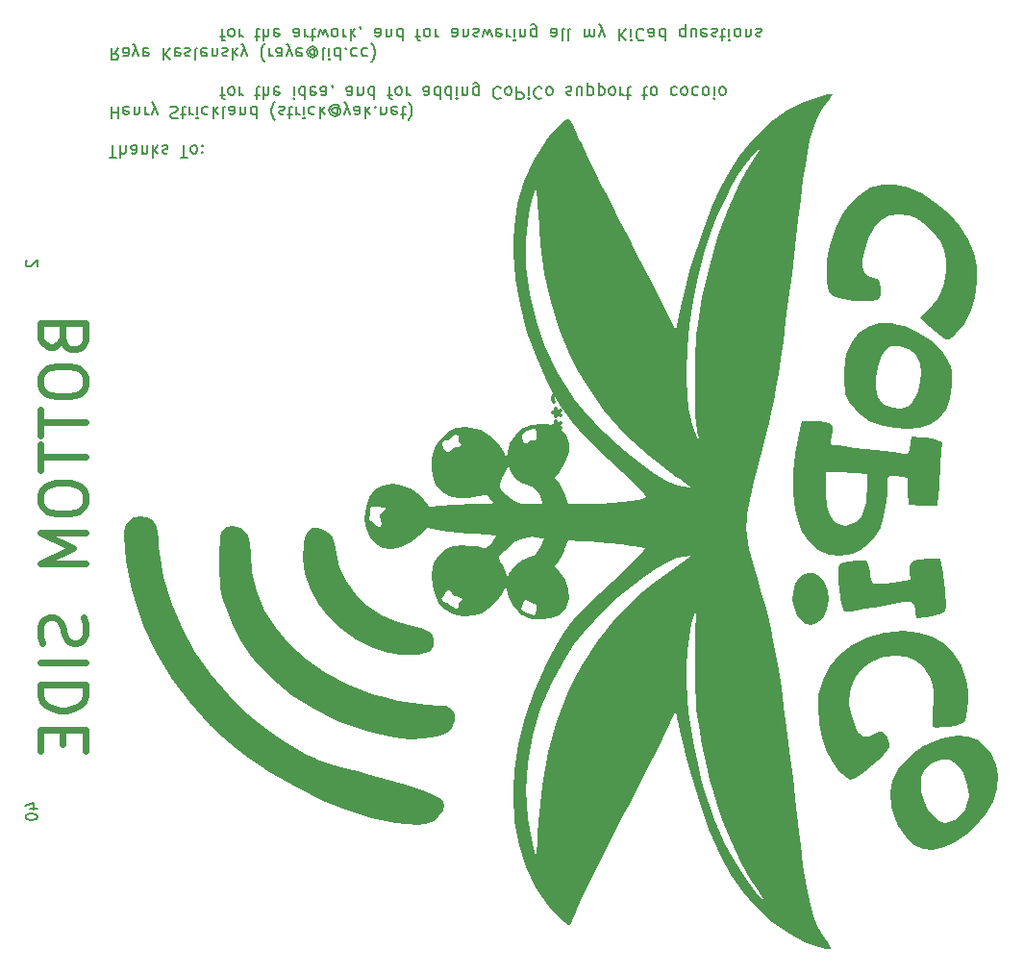
<source format=gbo>
G04 #@! TF.GenerationSoftware,KiCad,Pcbnew,7.0.10-7.0.10~ubuntu22.04.1*
G04 #@! TF.CreationDate,2024-02-08T01:05:10-08:00*
G04 #@! TF.ProjectId,copico,636f7069-636f-42e6-9b69-6361645f7063,0.2.1*
G04 #@! TF.SameCoordinates,Original*
G04 #@! TF.FileFunction,Legend,Bot*
G04 #@! TF.FilePolarity,Positive*
%FSLAX46Y46*%
G04 Gerber Fmt 4.6, Leading zero omitted, Abs format (unit mm)*
G04 Created by KiCad (PCBNEW 7.0.10-7.0.10~ubuntu22.04.1) date 2024-02-08 01:05:10*
%MOMM*%
%LPD*%
G01*
G04 APERTURE LIST*
%ADD10C,0.600000*%
%ADD11C,0.177800*%
%ADD12C,0.150000*%
%ADD13C,0.300000*%
G04 APERTURE END LIST*
D10*
X103483038Y-86584428D02*
X103673514Y-87155856D01*
X103673514Y-87155856D02*
X103863990Y-87346333D01*
X103863990Y-87346333D02*
X104244942Y-87536809D01*
X104244942Y-87536809D02*
X104816371Y-87536809D01*
X104816371Y-87536809D02*
X105197323Y-87346333D01*
X105197323Y-87346333D02*
X105387800Y-87155856D01*
X105387800Y-87155856D02*
X105578276Y-86774904D01*
X105578276Y-86774904D02*
X105578276Y-85251094D01*
X105578276Y-85251094D02*
X101578276Y-85251094D01*
X101578276Y-85251094D02*
X101578276Y-86584428D01*
X101578276Y-86584428D02*
X101768752Y-86965380D01*
X101768752Y-86965380D02*
X101959228Y-87155856D01*
X101959228Y-87155856D02*
X102340180Y-87346333D01*
X102340180Y-87346333D02*
X102721133Y-87346333D01*
X102721133Y-87346333D02*
X103102085Y-87155856D01*
X103102085Y-87155856D02*
X103292561Y-86965380D01*
X103292561Y-86965380D02*
X103483038Y-86584428D01*
X103483038Y-86584428D02*
X103483038Y-85251094D01*
X101578276Y-90012999D02*
X101578276Y-90774904D01*
X101578276Y-90774904D02*
X101768752Y-91155856D01*
X101768752Y-91155856D02*
X102149704Y-91536809D01*
X102149704Y-91536809D02*
X102911609Y-91727285D01*
X102911609Y-91727285D02*
X104244942Y-91727285D01*
X104244942Y-91727285D02*
X105006847Y-91536809D01*
X105006847Y-91536809D02*
X105387800Y-91155856D01*
X105387800Y-91155856D02*
X105578276Y-90774904D01*
X105578276Y-90774904D02*
X105578276Y-90012999D01*
X105578276Y-90012999D02*
X105387800Y-89632047D01*
X105387800Y-89632047D02*
X105006847Y-89251094D01*
X105006847Y-89251094D02*
X104244942Y-89060618D01*
X104244942Y-89060618D02*
X102911609Y-89060618D01*
X102911609Y-89060618D02*
X102149704Y-89251094D01*
X102149704Y-89251094D02*
X101768752Y-89632047D01*
X101768752Y-89632047D02*
X101578276Y-90012999D01*
X101578276Y-92870142D02*
X101578276Y-95155856D01*
X105578276Y-94012999D02*
X101578276Y-94012999D01*
X101578276Y-95917761D02*
X101578276Y-98203475D01*
X105578276Y-97060618D02*
X101578276Y-97060618D01*
X101578276Y-100298713D02*
X101578276Y-101060618D01*
X101578276Y-101060618D02*
X101768752Y-101441570D01*
X101768752Y-101441570D02*
X102149704Y-101822523D01*
X102149704Y-101822523D02*
X102911609Y-102012999D01*
X102911609Y-102012999D02*
X104244942Y-102012999D01*
X104244942Y-102012999D02*
X105006847Y-101822523D01*
X105006847Y-101822523D02*
X105387800Y-101441570D01*
X105387800Y-101441570D02*
X105578276Y-101060618D01*
X105578276Y-101060618D02*
X105578276Y-100298713D01*
X105578276Y-100298713D02*
X105387800Y-99917761D01*
X105387800Y-99917761D02*
X105006847Y-99536808D01*
X105006847Y-99536808D02*
X104244942Y-99346332D01*
X104244942Y-99346332D02*
X102911609Y-99346332D01*
X102911609Y-99346332D02*
X102149704Y-99536808D01*
X102149704Y-99536808D02*
X101768752Y-99917761D01*
X101768752Y-99917761D02*
X101578276Y-100298713D01*
X105578276Y-103727284D02*
X101578276Y-103727284D01*
X101578276Y-103727284D02*
X104435419Y-105060618D01*
X104435419Y-105060618D02*
X101578276Y-106393951D01*
X101578276Y-106393951D02*
X105578276Y-106393951D01*
X105387800Y-111155856D02*
X105578276Y-111727285D01*
X105578276Y-111727285D02*
X105578276Y-112679666D01*
X105578276Y-112679666D02*
X105387800Y-113060618D01*
X105387800Y-113060618D02*
X105197323Y-113251094D01*
X105197323Y-113251094D02*
X104816371Y-113441571D01*
X104816371Y-113441571D02*
X104435419Y-113441571D01*
X104435419Y-113441571D02*
X104054466Y-113251094D01*
X104054466Y-113251094D02*
X103863990Y-113060618D01*
X103863990Y-113060618D02*
X103673514Y-112679666D01*
X103673514Y-112679666D02*
X103483038Y-111917761D01*
X103483038Y-111917761D02*
X103292561Y-111536809D01*
X103292561Y-111536809D02*
X103102085Y-111346332D01*
X103102085Y-111346332D02*
X102721133Y-111155856D01*
X102721133Y-111155856D02*
X102340180Y-111155856D01*
X102340180Y-111155856D02*
X101959228Y-111346332D01*
X101959228Y-111346332D02*
X101768752Y-111536809D01*
X101768752Y-111536809D02*
X101578276Y-111917761D01*
X101578276Y-111917761D02*
X101578276Y-112870142D01*
X101578276Y-112870142D02*
X101768752Y-113441571D01*
X105578276Y-115155856D02*
X101578276Y-115155856D01*
X105578276Y-117060618D02*
X101578276Y-117060618D01*
X101578276Y-117060618D02*
X101578276Y-118012999D01*
X101578276Y-118012999D02*
X101768752Y-118584428D01*
X101768752Y-118584428D02*
X102149704Y-118965380D01*
X102149704Y-118965380D02*
X102530657Y-119155857D01*
X102530657Y-119155857D02*
X103292561Y-119346333D01*
X103292561Y-119346333D02*
X103863990Y-119346333D01*
X103863990Y-119346333D02*
X104625895Y-119155857D01*
X104625895Y-119155857D02*
X105006847Y-118965380D01*
X105006847Y-118965380D02*
X105387800Y-118584428D01*
X105387800Y-118584428D02*
X105578276Y-118012999D01*
X105578276Y-118012999D02*
X105578276Y-117060618D01*
X103483038Y-121060618D02*
X103483038Y-122393952D01*
X105578276Y-122965380D02*
X105578276Y-121060618D01*
X105578276Y-121060618D02*
X101578276Y-121060618D01*
X101578276Y-121060618D02*
X101578276Y-122965380D01*
D11*
X107660573Y-70693890D02*
X108270173Y-70693890D01*
X107965373Y-69627090D02*
X107965373Y-70693890D01*
X108625773Y-69627090D02*
X108625773Y-70693890D01*
X109082973Y-69627090D02*
X109082973Y-70185890D01*
X109082973Y-70185890D02*
X109032173Y-70287490D01*
X109032173Y-70287490D02*
X108930573Y-70338290D01*
X108930573Y-70338290D02*
X108778173Y-70338290D01*
X108778173Y-70338290D02*
X108676573Y-70287490D01*
X108676573Y-70287490D02*
X108625773Y-70236690D01*
X110048173Y-69627090D02*
X110048173Y-70185890D01*
X110048173Y-70185890D02*
X109997373Y-70287490D01*
X109997373Y-70287490D02*
X109895773Y-70338290D01*
X109895773Y-70338290D02*
X109692573Y-70338290D01*
X109692573Y-70338290D02*
X109590973Y-70287490D01*
X110048173Y-69677890D02*
X109946573Y-69627090D01*
X109946573Y-69627090D02*
X109692573Y-69627090D01*
X109692573Y-69627090D02*
X109590973Y-69677890D01*
X109590973Y-69677890D02*
X109540173Y-69779490D01*
X109540173Y-69779490D02*
X109540173Y-69881090D01*
X109540173Y-69881090D02*
X109590973Y-69982690D01*
X109590973Y-69982690D02*
X109692573Y-70033490D01*
X109692573Y-70033490D02*
X109946573Y-70033490D01*
X109946573Y-70033490D02*
X110048173Y-70084290D01*
X110556173Y-70338290D02*
X110556173Y-69627090D01*
X110556173Y-70236690D02*
X110606973Y-70287490D01*
X110606973Y-70287490D02*
X110708573Y-70338290D01*
X110708573Y-70338290D02*
X110860973Y-70338290D01*
X110860973Y-70338290D02*
X110962573Y-70287490D01*
X110962573Y-70287490D02*
X111013373Y-70185890D01*
X111013373Y-70185890D02*
X111013373Y-69627090D01*
X111521373Y-69627090D02*
X111521373Y-70693890D01*
X111622973Y-70033490D02*
X111927773Y-69627090D01*
X111927773Y-70338290D02*
X111521373Y-69931890D01*
X112334173Y-69677890D02*
X112435773Y-69627090D01*
X112435773Y-69627090D02*
X112638973Y-69627090D01*
X112638973Y-69627090D02*
X112740573Y-69677890D01*
X112740573Y-69677890D02*
X112791373Y-69779490D01*
X112791373Y-69779490D02*
X112791373Y-69830290D01*
X112791373Y-69830290D02*
X112740573Y-69931890D01*
X112740573Y-69931890D02*
X112638973Y-69982690D01*
X112638973Y-69982690D02*
X112486573Y-69982690D01*
X112486573Y-69982690D02*
X112384973Y-70033490D01*
X112384973Y-70033490D02*
X112334173Y-70135090D01*
X112334173Y-70135090D02*
X112334173Y-70185890D01*
X112334173Y-70185890D02*
X112384973Y-70287490D01*
X112384973Y-70287490D02*
X112486573Y-70338290D01*
X112486573Y-70338290D02*
X112638973Y-70338290D01*
X112638973Y-70338290D02*
X112740573Y-70287490D01*
X113908973Y-70693890D02*
X114518573Y-70693890D01*
X114213773Y-69627090D02*
X114213773Y-70693890D01*
X115026573Y-69627090D02*
X114924973Y-69677890D01*
X114924973Y-69677890D02*
X114874173Y-69728690D01*
X114874173Y-69728690D02*
X114823373Y-69830290D01*
X114823373Y-69830290D02*
X114823373Y-70135090D01*
X114823373Y-70135090D02*
X114874173Y-70236690D01*
X114874173Y-70236690D02*
X114924973Y-70287490D01*
X114924973Y-70287490D02*
X115026573Y-70338290D01*
X115026573Y-70338290D02*
X115178973Y-70338290D01*
X115178973Y-70338290D02*
X115280573Y-70287490D01*
X115280573Y-70287490D02*
X115331373Y-70236690D01*
X115331373Y-70236690D02*
X115382173Y-70135090D01*
X115382173Y-70135090D02*
X115382173Y-69830290D01*
X115382173Y-69830290D02*
X115331373Y-69728690D01*
X115331373Y-69728690D02*
X115280573Y-69677890D01*
X115280573Y-69677890D02*
X115178973Y-69627090D01*
X115178973Y-69627090D02*
X115026573Y-69627090D01*
X115839373Y-69728690D02*
X115890173Y-69677890D01*
X115890173Y-69677890D02*
X115839373Y-69627090D01*
X115839373Y-69627090D02*
X115788573Y-69677890D01*
X115788573Y-69677890D02*
X115839373Y-69728690D01*
X115839373Y-69728690D02*
X115839373Y-69627090D01*
X115839373Y-70287490D02*
X115890173Y-70236690D01*
X115890173Y-70236690D02*
X115839373Y-70185890D01*
X115839373Y-70185890D02*
X115788573Y-70236690D01*
X115788573Y-70236690D02*
X115839373Y-70287490D01*
X115839373Y-70287490D02*
X115839373Y-70185890D01*
X107812973Y-66191994D02*
X107812973Y-67258794D01*
X107812973Y-66750794D02*
X108422573Y-66750794D01*
X108422573Y-66191994D02*
X108422573Y-67258794D01*
X109336973Y-66242794D02*
X109235373Y-66191994D01*
X109235373Y-66191994D02*
X109032173Y-66191994D01*
X109032173Y-66191994D02*
X108930573Y-66242794D01*
X108930573Y-66242794D02*
X108879773Y-66344394D01*
X108879773Y-66344394D02*
X108879773Y-66750794D01*
X108879773Y-66750794D02*
X108930573Y-66852394D01*
X108930573Y-66852394D02*
X109032173Y-66903194D01*
X109032173Y-66903194D02*
X109235373Y-66903194D01*
X109235373Y-66903194D02*
X109336973Y-66852394D01*
X109336973Y-66852394D02*
X109387773Y-66750794D01*
X109387773Y-66750794D02*
X109387773Y-66649194D01*
X109387773Y-66649194D02*
X108879773Y-66547594D01*
X109844973Y-66903194D02*
X109844973Y-66191994D01*
X109844973Y-66801594D02*
X109895773Y-66852394D01*
X109895773Y-66852394D02*
X109997373Y-66903194D01*
X109997373Y-66903194D02*
X110149773Y-66903194D01*
X110149773Y-66903194D02*
X110251373Y-66852394D01*
X110251373Y-66852394D02*
X110302173Y-66750794D01*
X110302173Y-66750794D02*
X110302173Y-66191994D01*
X110810173Y-66191994D02*
X110810173Y-66903194D01*
X110810173Y-66699994D02*
X110860973Y-66801594D01*
X110860973Y-66801594D02*
X110911773Y-66852394D01*
X110911773Y-66852394D02*
X111013373Y-66903194D01*
X111013373Y-66903194D02*
X111114973Y-66903194D01*
X111368973Y-66903194D02*
X111622973Y-66191994D01*
X111876973Y-66903194D02*
X111622973Y-66191994D01*
X111622973Y-66191994D02*
X111521373Y-65937994D01*
X111521373Y-65937994D02*
X111470573Y-65887194D01*
X111470573Y-65887194D02*
X111368973Y-65836394D01*
X113045373Y-66242794D02*
X113197773Y-66191994D01*
X113197773Y-66191994D02*
X113451773Y-66191994D01*
X113451773Y-66191994D02*
X113553373Y-66242794D01*
X113553373Y-66242794D02*
X113604173Y-66293594D01*
X113604173Y-66293594D02*
X113654973Y-66395194D01*
X113654973Y-66395194D02*
X113654973Y-66496794D01*
X113654973Y-66496794D02*
X113604173Y-66598394D01*
X113604173Y-66598394D02*
X113553373Y-66649194D01*
X113553373Y-66649194D02*
X113451773Y-66699994D01*
X113451773Y-66699994D02*
X113248573Y-66750794D01*
X113248573Y-66750794D02*
X113146973Y-66801594D01*
X113146973Y-66801594D02*
X113096173Y-66852394D01*
X113096173Y-66852394D02*
X113045373Y-66953994D01*
X113045373Y-66953994D02*
X113045373Y-67055594D01*
X113045373Y-67055594D02*
X113096173Y-67157194D01*
X113096173Y-67157194D02*
X113146973Y-67207994D01*
X113146973Y-67207994D02*
X113248573Y-67258794D01*
X113248573Y-67258794D02*
X113502573Y-67258794D01*
X113502573Y-67258794D02*
X113654973Y-67207994D01*
X113959773Y-66903194D02*
X114366173Y-66903194D01*
X114112173Y-67258794D02*
X114112173Y-66344394D01*
X114112173Y-66344394D02*
X114162973Y-66242794D01*
X114162973Y-66242794D02*
X114264573Y-66191994D01*
X114264573Y-66191994D02*
X114366173Y-66191994D01*
X114721773Y-66191994D02*
X114721773Y-66903194D01*
X114721773Y-66699994D02*
X114772573Y-66801594D01*
X114772573Y-66801594D02*
X114823373Y-66852394D01*
X114823373Y-66852394D02*
X114924973Y-66903194D01*
X114924973Y-66903194D02*
X115026573Y-66903194D01*
X115382173Y-66191994D02*
X115382173Y-66903194D01*
X115382173Y-67258794D02*
X115331373Y-67207994D01*
X115331373Y-67207994D02*
X115382173Y-67157194D01*
X115382173Y-67157194D02*
X115432973Y-67207994D01*
X115432973Y-67207994D02*
X115382173Y-67258794D01*
X115382173Y-67258794D02*
X115382173Y-67157194D01*
X116347373Y-66242794D02*
X116245773Y-66191994D01*
X116245773Y-66191994D02*
X116042573Y-66191994D01*
X116042573Y-66191994D02*
X115940973Y-66242794D01*
X115940973Y-66242794D02*
X115890173Y-66293594D01*
X115890173Y-66293594D02*
X115839373Y-66395194D01*
X115839373Y-66395194D02*
X115839373Y-66699994D01*
X115839373Y-66699994D02*
X115890173Y-66801594D01*
X115890173Y-66801594D02*
X115940973Y-66852394D01*
X115940973Y-66852394D02*
X116042573Y-66903194D01*
X116042573Y-66903194D02*
X116245773Y-66903194D01*
X116245773Y-66903194D02*
X116347373Y-66852394D01*
X116804573Y-66191994D02*
X116804573Y-67258794D01*
X116906173Y-66598394D02*
X117210973Y-66191994D01*
X117210973Y-66903194D02*
X116804573Y-66496794D01*
X117820573Y-66191994D02*
X117718973Y-66242794D01*
X117718973Y-66242794D02*
X117668173Y-66344394D01*
X117668173Y-66344394D02*
X117668173Y-67258794D01*
X118684173Y-66191994D02*
X118684173Y-66750794D01*
X118684173Y-66750794D02*
X118633373Y-66852394D01*
X118633373Y-66852394D02*
X118531773Y-66903194D01*
X118531773Y-66903194D02*
X118328573Y-66903194D01*
X118328573Y-66903194D02*
X118226973Y-66852394D01*
X118684173Y-66242794D02*
X118582573Y-66191994D01*
X118582573Y-66191994D02*
X118328573Y-66191994D01*
X118328573Y-66191994D02*
X118226973Y-66242794D01*
X118226973Y-66242794D02*
X118176173Y-66344394D01*
X118176173Y-66344394D02*
X118176173Y-66445994D01*
X118176173Y-66445994D02*
X118226973Y-66547594D01*
X118226973Y-66547594D02*
X118328573Y-66598394D01*
X118328573Y-66598394D02*
X118582573Y-66598394D01*
X118582573Y-66598394D02*
X118684173Y-66649194D01*
X119192173Y-66903194D02*
X119192173Y-66191994D01*
X119192173Y-66801594D02*
X119242973Y-66852394D01*
X119242973Y-66852394D02*
X119344573Y-66903194D01*
X119344573Y-66903194D02*
X119496973Y-66903194D01*
X119496973Y-66903194D02*
X119598573Y-66852394D01*
X119598573Y-66852394D02*
X119649373Y-66750794D01*
X119649373Y-66750794D02*
X119649373Y-66191994D01*
X120614573Y-66191994D02*
X120614573Y-67258794D01*
X120614573Y-66242794D02*
X120512973Y-66191994D01*
X120512973Y-66191994D02*
X120309773Y-66191994D01*
X120309773Y-66191994D02*
X120208173Y-66242794D01*
X120208173Y-66242794D02*
X120157373Y-66293594D01*
X120157373Y-66293594D02*
X120106573Y-66395194D01*
X120106573Y-66395194D02*
X120106573Y-66699994D01*
X120106573Y-66699994D02*
X120157373Y-66801594D01*
X120157373Y-66801594D02*
X120208173Y-66852394D01*
X120208173Y-66852394D02*
X120309773Y-66903194D01*
X120309773Y-66903194D02*
X120512973Y-66903194D01*
X120512973Y-66903194D02*
X120614573Y-66852394D01*
X122240173Y-65785594D02*
X122189373Y-65836394D01*
X122189373Y-65836394D02*
X122087773Y-65988794D01*
X122087773Y-65988794D02*
X122036973Y-66090394D01*
X122036973Y-66090394D02*
X121986173Y-66242794D01*
X121986173Y-66242794D02*
X121935373Y-66496794D01*
X121935373Y-66496794D02*
X121935373Y-66699994D01*
X121935373Y-66699994D02*
X121986173Y-66953994D01*
X121986173Y-66953994D02*
X122036973Y-67106394D01*
X122036973Y-67106394D02*
X122087773Y-67207994D01*
X122087773Y-67207994D02*
X122189373Y-67360394D01*
X122189373Y-67360394D02*
X122240173Y-67411194D01*
X122595773Y-66242794D02*
X122697373Y-66191994D01*
X122697373Y-66191994D02*
X122900573Y-66191994D01*
X122900573Y-66191994D02*
X123002173Y-66242794D01*
X123002173Y-66242794D02*
X123052973Y-66344394D01*
X123052973Y-66344394D02*
X123052973Y-66395194D01*
X123052973Y-66395194D02*
X123002173Y-66496794D01*
X123002173Y-66496794D02*
X122900573Y-66547594D01*
X122900573Y-66547594D02*
X122748173Y-66547594D01*
X122748173Y-66547594D02*
X122646573Y-66598394D01*
X122646573Y-66598394D02*
X122595773Y-66699994D01*
X122595773Y-66699994D02*
X122595773Y-66750794D01*
X122595773Y-66750794D02*
X122646573Y-66852394D01*
X122646573Y-66852394D02*
X122748173Y-66903194D01*
X122748173Y-66903194D02*
X122900573Y-66903194D01*
X122900573Y-66903194D02*
X123002173Y-66852394D01*
X123357773Y-66903194D02*
X123764173Y-66903194D01*
X123510173Y-67258794D02*
X123510173Y-66344394D01*
X123510173Y-66344394D02*
X123560973Y-66242794D01*
X123560973Y-66242794D02*
X123662573Y-66191994D01*
X123662573Y-66191994D02*
X123764173Y-66191994D01*
X124119773Y-66191994D02*
X124119773Y-66903194D01*
X124119773Y-66699994D02*
X124170573Y-66801594D01*
X124170573Y-66801594D02*
X124221373Y-66852394D01*
X124221373Y-66852394D02*
X124322973Y-66903194D01*
X124322973Y-66903194D02*
X124424573Y-66903194D01*
X124780173Y-66191994D02*
X124780173Y-66903194D01*
X124780173Y-67258794D02*
X124729373Y-67207994D01*
X124729373Y-67207994D02*
X124780173Y-67157194D01*
X124780173Y-67157194D02*
X124830973Y-67207994D01*
X124830973Y-67207994D02*
X124780173Y-67258794D01*
X124780173Y-67258794D02*
X124780173Y-67157194D01*
X125745373Y-66242794D02*
X125643773Y-66191994D01*
X125643773Y-66191994D02*
X125440573Y-66191994D01*
X125440573Y-66191994D02*
X125338973Y-66242794D01*
X125338973Y-66242794D02*
X125288173Y-66293594D01*
X125288173Y-66293594D02*
X125237373Y-66395194D01*
X125237373Y-66395194D02*
X125237373Y-66699994D01*
X125237373Y-66699994D02*
X125288173Y-66801594D01*
X125288173Y-66801594D02*
X125338973Y-66852394D01*
X125338973Y-66852394D02*
X125440573Y-66903194D01*
X125440573Y-66903194D02*
X125643773Y-66903194D01*
X125643773Y-66903194D02*
X125745373Y-66852394D01*
X126202573Y-66191994D02*
X126202573Y-67258794D01*
X126304173Y-66598394D02*
X126608973Y-66191994D01*
X126608973Y-66903194D02*
X126202573Y-66496794D01*
X127726573Y-66699994D02*
X127675773Y-66750794D01*
X127675773Y-66750794D02*
X127574173Y-66801594D01*
X127574173Y-66801594D02*
X127472573Y-66801594D01*
X127472573Y-66801594D02*
X127370973Y-66750794D01*
X127370973Y-66750794D02*
X127320173Y-66699994D01*
X127320173Y-66699994D02*
X127269373Y-66598394D01*
X127269373Y-66598394D02*
X127269373Y-66496794D01*
X127269373Y-66496794D02*
X127320173Y-66395194D01*
X127320173Y-66395194D02*
X127370973Y-66344394D01*
X127370973Y-66344394D02*
X127472573Y-66293594D01*
X127472573Y-66293594D02*
X127574173Y-66293594D01*
X127574173Y-66293594D02*
X127675773Y-66344394D01*
X127675773Y-66344394D02*
X127726573Y-66395194D01*
X127726573Y-66801594D02*
X127726573Y-66395194D01*
X127726573Y-66395194D02*
X127777373Y-66344394D01*
X127777373Y-66344394D02*
X127828173Y-66344394D01*
X127828173Y-66344394D02*
X127929773Y-66395194D01*
X127929773Y-66395194D02*
X127980573Y-66496794D01*
X127980573Y-66496794D02*
X127980573Y-66750794D01*
X127980573Y-66750794D02*
X127878973Y-66903194D01*
X127878973Y-66903194D02*
X127726573Y-67004794D01*
X127726573Y-67004794D02*
X127523373Y-67055594D01*
X127523373Y-67055594D02*
X127320173Y-67004794D01*
X127320173Y-67004794D02*
X127167773Y-66903194D01*
X127167773Y-66903194D02*
X127066173Y-66750794D01*
X127066173Y-66750794D02*
X127015373Y-66547594D01*
X127015373Y-66547594D02*
X127066173Y-66344394D01*
X127066173Y-66344394D02*
X127167773Y-66191994D01*
X127167773Y-66191994D02*
X127320173Y-66090394D01*
X127320173Y-66090394D02*
X127523373Y-66039594D01*
X127523373Y-66039594D02*
X127726573Y-66090394D01*
X127726573Y-66090394D02*
X127878973Y-66191994D01*
X128336173Y-66903194D02*
X128590173Y-66191994D01*
X128844173Y-66903194D02*
X128590173Y-66191994D01*
X128590173Y-66191994D02*
X128488573Y-65937994D01*
X128488573Y-65937994D02*
X128437773Y-65887194D01*
X128437773Y-65887194D02*
X128336173Y-65836394D01*
X129707773Y-66191994D02*
X129707773Y-66750794D01*
X129707773Y-66750794D02*
X129656973Y-66852394D01*
X129656973Y-66852394D02*
X129555373Y-66903194D01*
X129555373Y-66903194D02*
X129352173Y-66903194D01*
X129352173Y-66903194D02*
X129250573Y-66852394D01*
X129707773Y-66242794D02*
X129606173Y-66191994D01*
X129606173Y-66191994D02*
X129352173Y-66191994D01*
X129352173Y-66191994D02*
X129250573Y-66242794D01*
X129250573Y-66242794D02*
X129199773Y-66344394D01*
X129199773Y-66344394D02*
X129199773Y-66445994D01*
X129199773Y-66445994D02*
X129250573Y-66547594D01*
X129250573Y-66547594D02*
X129352173Y-66598394D01*
X129352173Y-66598394D02*
X129606173Y-66598394D01*
X129606173Y-66598394D02*
X129707773Y-66649194D01*
X130215773Y-66191994D02*
X130215773Y-67258794D01*
X130317373Y-66598394D02*
X130622173Y-66191994D01*
X130622173Y-66903194D02*
X130215773Y-66496794D01*
X131079373Y-66293594D02*
X131130173Y-66242794D01*
X131130173Y-66242794D02*
X131079373Y-66191994D01*
X131079373Y-66191994D02*
X131028573Y-66242794D01*
X131028573Y-66242794D02*
X131079373Y-66293594D01*
X131079373Y-66293594D02*
X131079373Y-66191994D01*
X131587373Y-66903194D02*
X131587373Y-66191994D01*
X131587373Y-66801594D02*
X131638173Y-66852394D01*
X131638173Y-66852394D02*
X131739773Y-66903194D01*
X131739773Y-66903194D02*
X131892173Y-66903194D01*
X131892173Y-66903194D02*
X131993773Y-66852394D01*
X131993773Y-66852394D02*
X132044573Y-66750794D01*
X132044573Y-66750794D02*
X132044573Y-66191994D01*
X132958973Y-66242794D02*
X132857373Y-66191994D01*
X132857373Y-66191994D02*
X132654173Y-66191994D01*
X132654173Y-66191994D02*
X132552573Y-66242794D01*
X132552573Y-66242794D02*
X132501773Y-66344394D01*
X132501773Y-66344394D02*
X132501773Y-66750794D01*
X132501773Y-66750794D02*
X132552573Y-66852394D01*
X132552573Y-66852394D02*
X132654173Y-66903194D01*
X132654173Y-66903194D02*
X132857373Y-66903194D01*
X132857373Y-66903194D02*
X132958973Y-66852394D01*
X132958973Y-66852394D02*
X133009773Y-66750794D01*
X133009773Y-66750794D02*
X133009773Y-66649194D01*
X133009773Y-66649194D02*
X132501773Y-66547594D01*
X133314573Y-66903194D02*
X133720973Y-66903194D01*
X133466973Y-67258794D02*
X133466973Y-66344394D01*
X133466973Y-66344394D02*
X133517773Y-66242794D01*
X133517773Y-66242794D02*
X133619373Y-66191994D01*
X133619373Y-66191994D02*
X133720973Y-66191994D01*
X133974973Y-65785594D02*
X134025773Y-65836394D01*
X134025773Y-65836394D02*
X134127373Y-65988794D01*
X134127373Y-65988794D02*
X134178173Y-66090394D01*
X134178173Y-66090394D02*
X134228973Y-66242794D01*
X134228973Y-66242794D02*
X134279773Y-66496794D01*
X134279773Y-66496794D02*
X134279773Y-66699994D01*
X134279773Y-66699994D02*
X134228973Y-66953994D01*
X134228973Y-66953994D02*
X134178173Y-67106394D01*
X134178173Y-67106394D02*
X134127373Y-67207994D01*
X134127373Y-67207994D02*
X134025773Y-67360394D01*
X134025773Y-67360394D02*
X133974973Y-67411194D01*
X117414173Y-65185646D02*
X117820573Y-65185646D01*
X117566573Y-64474446D02*
X117566573Y-65388846D01*
X117566573Y-65388846D02*
X117617373Y-65490446D01*
X117617373Y-65490446D02*
X117718973Y-65541246D01*
X117718973Y-65541246D02*
X117820573Y-65541246D01*
X118328573Y-64474446D02*
X118226973Y-64525246D01*
X118226973Y-64525246D02*
X118176173Y-64576046D01*
X118176173Y-64576046D02*
X118125373Y-64677646D01*
X118125373Y-64677646D02*
X118125373Y-64982446D01*
X118125373Y-64982446D02*
X118176173Y-65084046D01*
X118176173Y-65084046D02*
X118226973Y-65134846D01*
X118226973Y-65134846D02*
X118328573Y-65185646D01*
X118328573Y-65185646D02*
X118480973Y-65185646D01*
X118480973Y-65185646D02*
X118582573Y-65134846D01*
X118582573Y-65134846D02*
X118633373Y-65084046D01*
X118633373Y-65084046D02*
X118684173Y-64982446D01*
X118684173Y-64982446D02*
X118684173Y-64677646D01*
X118684173Y-64677646D02*
X118633373Y-64576046D01*
X118633373Y-64576046D02*
X118582573Y-64525246D01*
X118582573Y-64525246D02*
X118480973Y-64474446D01*
X118480973Y-64474446D02*
X118328573Y-64474446D01*
X119141373Y-64474446D02*
X119141373Y-65185646D01*
X119141373Y-64982446D02*
X119192173Y-65084046D01*
X119192173Y-65084046D02*
X119242973Y-65134846D01*
X119242973Y-65134846D02*
X119344573Y-65185646D01*
X119344573Y-65185646D02*
X119446173Y-65185646D01*
X120462173Y-65185646D02*
X120868573Y-65185646D01*
X120614573Y-65541246D02*
X120614573Y-64626846D01*
X120614573Y-64626846D02*
X120665373Y-64525246D01*
X120665373Y-64525246D02*
X120766973Y-64474446D01*
X120766973Y-64474446D02*
X120868573Y-64474446D01*
X121224173Y-64474446D02*
X121224173Y-65541246D01*
X121681373Y-64474446D02*
X121681373Y-65033246D01*
X121681373Y-65033246D02*
X121630573Y-65134846D01*
X121630573Y-65134846D02*
X121528973Y-65185646D01*
X121528973Y-65185646D02*
X121376573Y-65185646D01*
X121376573Y-65185646D02*
X121274973Y-65134846D01*
X121274973Y-65134846D02*
X121224173Y-65084046D01*
X122595773Y-64525246D02*
X122494173Y-64474446D01*
X122494173Y-64474446D02*
X122290973Y-64474446D01*
X122290973Y-64474446D02*
X122189373Y-64525246D01*
X122189373Y-64525246D02*
X122138573Y-64626846D01*
X122138573Y-64626846D02*
X122138573Y-65033246D01*
X122138573Y-65033246D02*
X122189373Y-65134846D01*
X122189373Y-65134846D02*
X122290973Y-65185646D01*
X122290973Y-65185646D02*
X122494173Y-65185646D01*
X122494173Y-65185646D02*
X122595773Y-65134846D01*
X122595773Y-65134846D02*
X122646573Y-65033246D01*
X122646573Y-65033246D02*
X122646573Y-64931646D01*
X122646573Y-64931646D02*
X122138573Y-64830046D01*
X123916573Y-64474446D02*
X123916573Y-65185646D01*
X123916573Y-65541246D02*
X123865773Y-65490446D01*
X123865773Y-65490446D02*
X123916573Y-65439646D01*
X123916573Y-65439646D02*
X123967373Y-65490446D01*
X123967373Y-65490446D02*
X123916573Y-65541246D01*
X123916573Y-65541246D02*
X123916573Y-65439646D01*
X124881773Y-64474446D02*
X124881773Y-65541246D01*
X124881773Y-64525246D02*
X124780173Y-64474446D01*
X124780173Y-64474446D02*
X124576973Y-64474446D01*
X124576973Y-64474446D02*
X124475373Y-64525246D01*
X124475373Y-64525246D02*
X124424573Y-64576046D01*
X124424573Y-64576046D02*
X124373773Y-64677646D01*
X124373773Y-64677646D02*
X124373773Y-64982446D01*
X124373773Y-64982446D02*
X124424573Y-65084046D01*
X124424573Y-65084046D02*
X124475373Y-65134846D01*
X124475373Y-65134846D02*
X124576973Y-65185646D01*
X124576973Y-65185646D02*
X124780173Y-65185646D01*
X124780173Y-65185646D02*
X124881773Y-65134846D01*
X125796173Y-64525246D02*
X125694573Y-64474446D01*
X125694573Y-64474446D02*
X125491373Y-64474446D01*
X125491373Y-64474446D02*
X125389773Y-64525246D01*
X125389773Y-64525246D02*
X125338973Y-64626846D01*
X125338973Y-64626846D02*
X125338973Y-65033246D01*
X125338973Y-65033246D02*
X125389773Y-65134846D01*
X125389773Y-65134846D02*
X125491373Y-65185646D01*
X125491373Y-65185646D02*
X125694573Y-65185646D01*
X125694573Y-65185646D02*
X125796173Y-65134846D01*
X125796173Y-65134846D02*
X125846973Y-65033246D01*
X125846973Y-65033246D02*
X125846973Y-64931646D01*
X125846973Y-64931646D02*
X125338973Y-64830046D01*
X126761373Y-64474446D02*
X126761373Y-65033246D01*
X126761373Y-65033246D02*
X126710573Y-65134846D01*
X126710573Y-65134846D02*
X126608973Y-65185646D01*
X126608973Y-65185646D02*
X126405773Y-65185646D01*
X126405773Y-65185646D02*
X126304173Y-65134846D01*
X126761373Y-64525246D02*
X126659773Y-64474446D01*
X126659773Y-64474446D02*
X126405773Y-64474446D01*
X126405773Y-64474446D02*
X126304173Y-64525246D01*
X126304173Y-64525246D02*
X126253373Y-64626846D01*
X126253373Y-64626846D02*
X126253373Y-64728446D01*
X126253373Y-64728446D02*
X126304173Y-64830046D01*
X126304173Y-64830046D02*
X126405773Y-64880846D01*
X126405773Y-64880846D02*
X126659773Y-64880846D01*
X126659773Y-64880846D02*
X126761373Y-64931646D01*
X127320173Y-64525246D02*
X127320173Y-64474446D01*
X127320173Y-64474446D02*
X127269373Y-64372846D01*
X127269373Y-64372846D02*
X127218573Y-64322046D01*
X129047373Y-64474446D02*
X129047373Y-65033246D01*
X129047373Y-65033246D02*
X128996573Y-65134846D01*
X128996573Y-65134846D02*
X128894973Y-65185646D01*
X128894973Y-65185646D02*
X128691773Y-65185646D01*
X128691773Y-65185646D02*
X128590173Y-65134846D01*
X129047373Y-64525246D02*
X128945773Y-64474446D01*
X128945773Y-64474446D02*
X128691773Y-64474446D01*
X128691773Y-64474446D02*
X128590173Y-64525246D01*
X128590173Y-64525246D02*
X128539373Y-64626846D01*
X128539373Y-64626846D02*
X128539373Y-64728446D01*
X128539373Y-64728446D02*
X128590173Y-64830046D01*
X128590173Y-64830046D02*
X128691773Y-64880846D01*
X128691773Y-64880846D02*
X128945773Y-64880846D01*
X128945773Y-64880846D02*
X129047373Y-64931646D01*
X129555373Y-65185646D02*
X129555373Y-64474446D01*
X129555373Y-65084046D02*
X129606173Y-65134846D01*
X129606173Y-65134846D02*
X129707773Y-65185646D01*
X129707773Y-65185646D02*
X129860173Y-65185646D01*
X129860173Y-65185646D02*
X129961773Y-65134846D01*
X129961773Y-65134846D02*
X130012573Y-65033246D01*
X130012573Y-65033246D02*
X130012573Y-64474446D01*
X130977773Y-64474446D02*
X130977773Y-65541246D01*
X130977773Y-64525246D02*
X130876173Y-64474446D01*
X130876173Y-64474446D02*
X130672973Y-64474446D01*
X130672973Y-64474446D02*
X130571373Y-64525246D01*
X130571373Y-64525246D02*
X130520573Y-64576046D01*
X130520573Y-64576046D02*
X130469773Y-64677646D01*
X130469773Y-64677646D02*
X130469773Y-64982446D01*
X130469773Y-64982446D02*
X130520573Y-65084046D01*
X130520573Y-65084046D02*
X130571373Y-65134846D01*
X130571373Y-65134846D02*
X130672973Y-65185646D01*
X130672973Y-65185646D02*
X130876173Y-65185646D01*
X130876173Y-65185646D02*
X130977773Y-65134846D01*
X132146173Y-65185646D02*
X132552573Y-65185646D01*
X132298573Y-64474446D02*
X132298573Y-65388846D01*
X132298573Y-65388846D02*
X132349373Y-65490446D01*
X132349373Y-65490446D02*
X132450973Y-65541246D01*
X132450973Y-65541246D02*
X132552573Y-65541246D01*
X133060573Y-64474446D02*
X132958973Y-64525246D01*
X132958973Y-64525246D02*
X132908173Y-64576046D01*
X132908173Y-64576046D02*
X132857373Y-64677646D01*
X132857373Y-64677646D02*
X132857373Y-64982446D01*
X132857373Y-64982446D02*
X132908173Y-65084046D01*
X132908173Y-65084046D02*
X132958973Y-65134846D01*
X132958973Y-65134846D02*
X133060573Y-65185646D01*
X133060573Y-65185646D02*
X133212973Y-65185646D01*
X133212973Y-65185646D02*
X133314573Y-65134846D01*
X133314573Y-65134846D02*
X133365373Y-65084046D01*
X133365373Y-65084046D02*
X133416173Y-64982446D01*
X133416173Y-64982446D02*
X133416173Y-64677646D01*
X133416173Y-64677646D02*
X133365373Y-64576046D01*
X133365373Y-64576046D02*
X133314573Y-64525246D01*
X133314573Y-64525246D02*
X133212973Y-64474446D01*
X133212973Y-64474446D02*
X133060573Y-64474446D01*
X133873373Y-64474446D02*
X133873373Y-65185646D01*
X133873373Y-64982446D02*
X133924173Y-65084046D01*
X133924173Y-65084046D02*
X133974973Y-65134846D01*
X133974973Y-65134846D02*
X134076573Y-65185646D01*
X134076573Y-65185646D02*
X134178173Y-65185646D01*
X135803773Y-64474446D02*
X135803773Y-65033246D01*
X135803773Y-65033246D02*
X135752973Y-65134846D01*
X135752973Y-65134846D02*
X135651373Y-65185646D01*
X135651373Y-65185646D02*
X135448173Y-65185646D01*
X135448173Y-65185646D02*
X135346573Y-65134846D01*
X135803773Y-64525246D02*
X135702173Y-64474446D01*
X135702173Y-64474446D02*
X135448173Y-64474446D01*
X135448173Y-64474446D02*
X135346573Y-64525246D01*
X135346573Y-64525246D02*
X135295773Y-64626846D01*
X135295773Y-64626846D02*
X135295773Y-64728446D01*
X135295773Y-64728446D02*
X135346573Y-64830046D01*
X135346573Y-64830046D02*
X135448173Y-64880846D01*
X135448173Y-64880846D02*
X135702173Y-64880846D01*
X135702173Y-64880846D02*
X135803773Y-64931646D01*
X136768973Y-64474446D02*
X136768973Y-65541246D01*
X136768973Y-64525246D02*
X136667373Y-64474446D01*
X136667373Y-64474446D02*
X136464173Y-64474446D01*
X136464173Y-64474446D02*
X136362573Y-64525246D01*
X136362573Y-64525246D02*
X136311773Y-64576046D01*
X136311773Y-64576046D02*
X136260973Y-64677646D01*
X136260973Y-64677646D02*
X136260973Y-64982446D01*
X136260973Y-64982446D02*
X136311773Y-65084046D01*
X136311773Y-65084046D02*
X136362573Y-65134846D01*
X136362573Y-65134846D02*
X136464173Y-65185646D01*
X136464173Y-65185646D02*
X136667373Y-65185646D01*
X136667373Y-65185646D02*
X136768973Y-65134846D01*
X137734173Y-64474446D02*
X137734173Y-65541246D01*
X137734173Y-64525246D02*
X137632573Y-64474446D01*
X137632573Y-64474446D02*
X137429373Y-64474446D01*
X137429373Y-64474446D02*
X137327773Y-64525246D01*
X137327773Y-64525246D02*
X137276973Y-64576046D01*
X137276973Y-64576046D02*
X137226173Y-64677646D01*
X137226173Y-64677646D02*
X137226173Y-64982446D01*
X137226173Y-64982446D02*
X137276973Y-65084046D01*
X137276973Y-65084046D02*
X137327773Y-65134846D01*
X137327773Y-65134846D02*
X137429373Y-65185646D01*
X137429373Y-65185646D02*
X137632573Y-65185646D01*
X137632573Y-65185646D02*
X137734173Y-65134846D01*
X138242173Y-64474446D02*
X138242173Y-65185646D01*
X138242173Y-65541246D02*
X138191373Y-65490446D01*
X138191373Y-65490446D02*
X138242173Y-65439646D01*
X138242173Y-65439646D02*
X138292973Y-65490446D01*
X138292973Y-65490446D02*
X138242173Y-65541246D01*
X138242173Y-65541246D02*
X138242173Y-65439646D01*
X138750173Y-65185646D02*
X138750173Y-64474446D01*
X138750173Y-65084046D02*
X138800973Y-65134846D01*
X138800973Y-65134846D02*
X138902573Y-65185646D01*
X138902573Y-65185646D02*
X139054973Y-65185646D01*
X139054973Y-65185646D02*
X139156573Y-65134846D01*
X139156573Y-65134846D02*
X139207373Y-65033246D01*
X139207373Y-65033246D02*
X139207373Y-64474446D01*
X140172573Y-65185646D02*
X140172573Y-64322046D01*
X140172573Y-64322046D02*
X140121773Y-64220446D01*
X140121773Y-64220446D02*
X140070973Y-64169646D01*
X140070973Y-64169646D02*
X139969373Y-64118846D01*
X139969373Y-64118846D02*
X139816973Y-64118846D01*
X139816973Y-64118846D02*
X139715373Y-64169646D01*
X140172573Y-64525246D02*
X140070973Y-64474446D01*
X140070973Y-64474446D02*
X139867773Y-64474446D01*
X139867773Y-64474446D02*
X139766173Y-64525246D01*
X139766173Y-64525246D02*
X139715373Y-64576046D01*
X139715373Y-64576046D02*
X139664573Y-64677646D01*
X139664573Y-64677646D02*
X139664573Y-64982446D01*
X139664573Y-64982446D02*
X139715373Y-65084046D01*
X139715373Y-65084046D02*
X139766173Y-65134846D01*
X139766173Y-65134846D02*
X139867773Y-65185646D01*
X139867773Y-65185646D02*
X140070973Y-65185646D01*
X140070973Y-65185646D02*
X140172573Y-65134846D01*
X142102973Y-64576046D02*
X142052173Y-64525246D01*
X142052173Y-64525246D02*
X141899773Y-64474446D01*
X141899773Y-64474446D02*
X141798173Y-64474446D01*
X141798173Y-64474446D02*
X141645773Y-64525246D01*
X141645773Y-64525246D02*
X141544173Y-64626846D01*
X141544173Y-64626846D02*
X141493373Y-64728446D01*
X141493373Y-64728446D02*
X141442573Y-64931646D01*
X141442573Y-64931646D02*
X141442573Y-65084046D01*
X141442573Y-65084046D02*
X141493373Y-65287246D01*
X141493373Y-65287246D02*
X141544173Y-65388846D01*
X141544173Y-65388846D02*
X141645773Y-65490446D01*
X141645773Y-65490446D02*
X141798173Y-65541246D01*
X141798173Y-65541246D02*
X141899773Y-65541246D01*
X141899773Y-65541246D02*
X142052173Y-65490446D01*
X142052173Y-65490446D02*
X142102973Y-65439646D01*
X142712573Y-64474446D02*
X142610973Y-64525246D01*
X142610973Y-64525246D02*
X142560173Y-64576046D01*
X142560173Y-64576046D02*
X142509373Y-64677646D01*
X142509373Y-64677646D02*
X142509373Y-64982446D01*
X142509373Y-64982446D02*
X142560173Y-65084046D01*
X142560173Y-65084046D02*
X142610973Y-65134846D01*
X142610973Y-65134846D02*
X142712573Y-65185646D01*
X142712573Y-65185646D02*
X142864973Y-65185646D01*
X142864973Y-65185646D02*
X142966573Y-65134846D01*
X142966573Y-65134846D02*
X143017373Y-65084046D01*
X143017373Y-65084046D02*
X143068173Y-64982446D01*
X143068173Y-64982446D02*
X143068173Y-64677646D01*
X143068173Y-64677646D02*
X143017373Y-64576046D01*
X143017373Y-64576046D02*
X142966573Y-64525246D01*
X142966573Y-64525246D02*
X142864973Y-64474446D01*
X142864973Y-64474446D02*
X142712573Y-64474446D01*
X143525373Y-64474446D02*
X143525373Y-65541246D01*
X143525373Y-65541246D02*
X143931773Y-65541246D01*
X143931773Y-65541246D02*
X144033373Y-65490446D01*
X144033373Y-65490446D02*
X144084173Y-65439646D01*
X144084173Y-65439646D02*
X144134973Y-65338046D01*
X144134973Y-65338046D02*
X144134973Y-65185646D01*
X144134973Y-65185646D02*
X144084173Y-65084046D01*
X144084173Y-65084046D02*
X144033373Y-65033246D01*
X144033373Y-65033246D02*
X143931773Y-64982446D01*
X143931773Y-64982446D02*
X143525373Y-64982446D01*
X144592173Y-64474446D02*
X144592173Y-65185646D01*
X144592173Y-65541246D02*
X144541373Y-65490446D01*
X144541373Y-65490446D02*
X144592173Y-65439646D01*
X144592173Y-65439646D02*
X144642973Y-65490446D01*
X144642973Y-65490446D02*
X144592173Y-65541246D01*
X144592173Y-65541246D02*
X144592173Y-65439646D01*
X145709773Y-64576046D02*
X145658973Y-64525246D01*
X145658973Y-64525246D02*
X145506573Y-64474446D01*
X145506573Y-64474446D02*
X145404973Y-64474446D01*
X145404973Y-64474446D02*
X145252573Y-64525246D01*
X145252573Y-64525246D02*
X145150973Y-64626846D01*
X145150973Y-64626846D02*
X145100173Y-64728446D01*
X145100173Y-64728446D02*
X145049373Y-64931646D01*
X145049373Y-64931646D02*
X145049373Y-65084046D01*
X145049373Y-65084046D02*
X145100173Y-65287246D01*
X145100173Y-65287246D02*
X145150973Y-65388846D01*
X145150973Y-65388846D02*
X145252573Y-65490446D01*
X145252573Y-65490446D02*
X145404973Y-65541246D01*
X145404973Y-65541246D02*
X145506573Y-65541246D01*
X145506573Y-65541246D02*
X145658973Y-65490446D01*
X145658973Y-65490446D02*
X145709773Y-65439646D01*
X146319373Y-64474446D02*
X146217773Y-64525246D01*
X146217773Y-64525246D02*
X146166973Y-64576046D01*
X146166973Y-64576046D02*
X146116173Y-64677646D01*
X146116173Y-64677646D02*
X146116173Y-64982446D01*
X146116173Y-64982446D02*
X146166973Y-65084046D01*
X146166973Y-65084046D02*
X146217773Y-65134846D01*
X146217773Y-65134846D02*
X146319373Y-65185646D01*
X146319373Y-65185646D02*
X146471773Y-65185646D01*
X146471773Y-65185646D02*
X146573373Y-65134846D01*
X146573373Y-65134846D02*
X146624173Y-65084046D01*
X146624173Y-65084046D02*
X146674973Y-64982446D01*
X146674973Y-64982446D02*
X146674973Y-64677646D01*
X146674973Y-64677646D02*
X146624173Y-64576046D01*
X146624173Y-64576046D02*
X146573373Y-64525246D01*
X146573373Y-64525246D02*
X146471773Y-64474446D01*
X146471773Y-64474446D02*
X146319373Y-64474446D01*
X147894173Y-64525246D02*
X147995773Y-64474446D01*
X147995773Y-64474446D02*
X148198973Y-64474446D01*
X148198973Y-64474446D02*
X148300573Y-64525246D01*
X148300573Y-64525246D02*
X148351373Y-64626846D01*
X148351373Y-64626846D02*
X148351373Y-64677646D01*
X148351373Y-64677646D02*
X148300573Y-64779246D01*
X148300573Y-64779246D02*
X148198973Y-64830046D01*
X148198973Y-64830046D02*
X148046573Y-64830046D01*
X148046573Y-64830046D02*
X147944973Y-64880846D01*
X147944973Y-64880846D02*
X147894173Y-64982446D01*
X147894173Y-64982446D02*
X147894173Y-65033246D01*
X147894173Y-65033246D02*
X147944973Y-65134846D01*
X147944973Y-65134846D02*
X148046573Y-65185646D01*
X148046573Y-65185646D02*
X148198973Y-65185646D01*
X148198973Y-65185646D02*
X148300573Y-65134846D01*
X149265773Y-65185646D02*
X149265773Y-64474446D01*
X148808573Y-65185646D02*
X148808573Y-64626846D01*
X148808573Y-64626846D02*
X148859373Y-64525246D01*
X148859373Y-64525246D02*
X148960973Y-64474446D01*
X148960973Y-64474446D02*
X149113373Y-64474446D01*
X149113373Y-64474446D02*
X149214973Y-64525246D01*
X149214973Y-64525246D02*
X149265773Y-64576046D01*
X149773773Y-65185646D02*
X149773773Y-64118846D01*
X149773773Y-65134846D02*
X149875373Y-65185646D01*
X149875373Y-65185646D02*
X150078573Y-65185646D01*
X150078573Y-65185646D02*
X150180173Y-65134846D01*
X150180173Y-65134846D02*
X150230973Y-65084046D01*
X150230973Y-65084046D02*
X150281773Y-64982446D01*
X150281773Y-64982446D02*
X150281773Y-64677646D01*
X150281773Y-64677646D02*
X150230973Y-64576046D01*
X150230973Y-64576046D02*
X150180173Y-64525246D01*
X150180173Y-64525246D02*
X150078573Y-64474446D01*
X150078573Y-64474446D02*
X149875373Y-64474446D01*
X149875373Y-64474446D02*
X149773773Y-64525246D01*
X150738973Y-65185646D02*
X150738973Y-64118846D01*
X150738973Y-65134846D02*
X150840573Y-65185646D01*
X150840573Y-65185646D02*
X151043773Y-65185646D01*
X151043773Y-65185646D02*
X151145373Y-65134846D01*
X151145373Y-65134846D02*
X151196173Y-65084046D01*
X151196173Y-65084046D02*
X151246973Y-64982446D01*
X151246973Y-64982446D02*
X151246973Y-64677646D01*
X151246973Y-64677646D02*
X151196173Y-64576046D01*
X151196173Y-64576046D02*
X151145373Y-64525246D01*
X151145373Y-64525246D02*
X151043773Y-64474446D01*
X151043773Y-64474446D02*
X150840573Y-64474446D01*
X150840573Y-64474446D02*
X150738973Y-64525246D01*
X151856573Y-64474446D02*
X151754973Y-64525246D01*
X151754973Y-64525246D02*
X151704173Y-64576046D01*
X151704173Y-64576046D02*
X151653373Y-64677646D01*
X151653373Y-64677646D02*
X151653373Y-64982446D01*
X151653373Y-64982446D02*
X151704173Y-65084046D01*
X151704173Y-65084046D02*
X151754973Y-65134846D01*
X151754973Y-65134846D02*
X151856573Y-65185646D01*
X151856573Y-65185646D02*
X152008973Y-65185646D01*
X152008973Y-65185646D02*
X152110573Y-65134846D01*
X152110573Y-65134846D02*
X152161373Y-65084046D01*
X152161373Y-65084046D02*
X152212173Y-64982446D01*
X152212173Y-64982446D02*
X152212173Y-64677646D01*
X152212173Y-64677646D02*
X152161373Y-64576046D01*
X152161373Y-64576046D02*
X152110573Y-64525246D01*
X152110573Y-64525246D02*
X152008973Y-64474446D01*
X152008973Y-64474446D02*
X151856573Y-64474446D01*
X152669373Y-64474446D02*
X152669373Y-65185646D01*
X152669373Y-64982446D02*
X152720173Y-65084046D01*
X152720173Y-65084046D02*
X152770973Y-65134846D01*
X152770973Y-65134846D02*
X152872573Y-65185646D01*
X152872573Y-65185646D02*
X152974173Y-65185646D01*
X153177373Y-65185646D02*
X153583773Y-65185646D01*
X153329773Y-65541246D02*
X153329773Y-64626846D01*
X153329773Y-64626846D02*
X153380573Y-64525246D01*
X153380573Y-64525246D02*
X153482173Y-64474446D01*
X153482173Y-64474446D02*
X153583773Y-64474446D01*
X154599773Y-65185646D02*
X155006173Y-65185646D01*
X154752173Y-65541246D02*
X154752173Y-64626846D01*
X154752173Y-64626846D02*
X154802973Y-64525246D01*
X154802973Y-64525246D02*
X154904573Y-64474446D01*
X154904573Y-64474446D02*
X155006173Y-64474446D01*
X155514173Y-64474446D02*
X155412573Y-64525246D01*
X155412573Y-64525246D02*
X155361773Y-64576046D01*
X155361773Y-64576046D02*
X155310973Y-64677646D01*
X155310973Y-64677646D02*
X155310973Y-64982446D01*
X155310973Y-64982446D02*
X155361773Y-65084046D01*
X155361773Y-65084046D02*
X155412573Y-65134846D01*
X155412573Y-65134846D02*
X155514173Y-65185646D01*
X155514173Y-65185646D02*
X155666573Y-65185646D01*
X155666573Y-65185646D02*
X155768173Y-65134846D01*
X155768173Y-65134846D02*
X155818973Y-65084046D01*
X155818973Y-65084046D02*
X155869773Y-64982446D01*
X155869773Y-64982446D02*
X155869773Y-64677646D01*
X155869773Y-64677646D02*
X155818973Y-64576046D01*
X155818973Y-64576046D02*
X155768173Y-64525246D01*
X155768173Y-64525246D02*
X155666573Y-64474446D01*
X155666573Y-64474446D02*
X155514173Y-64474446D01*
X157596973Y-64525246D02*
X157495373Y-64474446D01*
X157495373Y-64474446D02*
X157292173Y-64474446D01*
X157292173Y-64474446D02*
X157190573Y-64525246D01*
X157190573Y-64525246D02*
X157139773Y-64576046D01*
X157139773Y-64576046D02*
X157088973Y-64677646D01*
X157088973Y-64677646D02*
X157088973Y-64982446D01*
X157088973Y-64982446D02*
X157139773Y-65084046D01*
X157139773Y-65084046D02*
X157190573Y-65134846D01*
X157190573Y-65134846D02*
X157292173Y-65185646D01*
X157292173Y-65185646D02*
X157495373Y-65185646D01*
X157495373Y-65185646D02*
X157596973Y-65134846D01*
X158206573Y-64474446D02*
X158104973Y-64525246D01*
X158104973Y-64525246D02*
X158054173Y-64576046D01*
X158054173Y-64576046D02*
X158003373Y-64677646D01*
X158003373Y-64677646D02*
X158003373Y-64982446D01*
X158003373Y-64982446D02*
X158054173Y-65084046D01*
X158054173Y-65084046D02*
X158104973Y-65134846D01*
X158104973Y-65134846D02*
X158206573Y-65185646D01*
X158206573Y-65185646D02*
X158358973Y-65185646D01*
X158358973Y-65185646D02*
X158460573Y-65134846D01*
X158460573Y-65134846D02*
X158511373Y-65084046D01*
X158511373Y-65084046D02*
X158562173Y-64982446D01*
X158562173Y-64982446D02*
X158562173Y-64677646D01*
X158562173Y-64677646D02*
X158511373Y-64576046D01*
X158511373Y-64576046D02*
X158460573Y-64525246D01*
X158460573Y-64525246D02*
X158358973Y-64474446D01*
X158358973Y-64474446D02*
X158206573Y-64474446D01*
X159476573Y-64525246D02*
X159374973Y-64474446D01*
X159374973Y-64474446D02*
X159171773Y-64474446D01*
X159171773Y-64474446D02*
X159070173Y-64525246D01*
X159070173Y-64525246D02*
X159019373Y-64576046D01*
X159019373Y-64576046D02*
X158968573Y-64677646D01*
X158968573Y-64677646D02*
X158968573Y-64982446D01*
X158968573Y-64982446D02*
X159019373Y-65084046D01*
X159019373Y-65084046D02*
X159070173Y-65134846D01*
X159070173Y-65134846D02*
X159171773Y-65185646D01*
X159171773Y-65185646D02*
X159374973Y-65185646D01*
X159374973Y-65185646D02*
X159476573Y-65134846D01*
X160086173Y-64474446D02*
X159984573Y-64525246D01*
X159984573Y-64525246D02*
X159933773Y-64576046D01*
X159933773Y-64576046D02*
X159882973Y-64677646D01*
X159882973Y-64677646D02*
X159882973Y-64982446D01*
X159882973Y-64982446D02*
X159933773Y-65084046D01*
X159933773Y-65084046D02*
X159984573Y-65134846D01*
X159984573Y-65134846D02*
X160086173Y-65185646D01*
X160086173Y-65185646D02*
X160238573Y-65185646D01*
X160238573Y-65185646D02*
X160340173Y-65134846D01*
X160340173Y-65134846D02*
X160390973Y-65084046D01*
X160390973Y-65084046D02*
X160441773Y-64982446D01*
X160441773Y-64982446D02*
X160441773Y-64677646D01*
X160441773Y-64677646D02*
X160390973Y-64576046D01*
X160390973Y-64576046D02*
X160340173Y-64525246D01*
X160340173Y-64525246D02*
X160238573Y-64474446D01*
X160238573Y-64474446D02*
X160086173Y-64474446D01*
X160898973Y-64474446D02*
X160898973Y-65185646D01*
X160898973Y-65541246D02*
X160848173Y-65490446D01*
X160848173Y-65490446D02*
X160898973Y-65439646D01*
X160898973Y-65439646D02*
X160949773Y-65490446D01*
X160949773Y-65490446D02*
X160898973Y-65541246D01*
X160898973Y-65541246D02*
X160898973Y-65439646D01*
X161559373Y-64474446D02*
X161457773Y-64525246D01*
X161457773Y-64525246D02*
X161406973Y-64576046D01*
X161406973Y-64576046D02*
X161356173Y-64677646D01*
X161356173Y-64677646D02*
X161356173Y-64982446D01*
X161356173Y-64982446D02*
X161406973Y-65084046D01*
X161406973Y-65084046D02*
X161457773Y-65134846D01*
X161457773Y-65134846D02*
X161559373Y-65185646D01*
X161559373Y-65185646D02*
X161711773Y-65185646D01*
X161711773Y-65185646D02*
X161813373Y-65134846D01*
X161813373Y-65134846D02*
X161864173Y-65084046D01*
X161864173Y-65084046D02*
X161914973Y-64982446D01*
X161914973Y-64982446D02*
X161914973Y-64677646D01*
X161914973Y-64677646D02*
X161864173Y-64576046D01*
X161864173Y-64576046D02*
X161813373Y-64525246D01*
X161813373Y-64525246D02*
X161711773Y-64474446D01*
X161711773Y-64474446D02*
X161559373Y-64474446D01*
X108422573Y-61039350D02*
X108066973Y-61547350D01*
X107812973Y-61039350D02*
X107812973Y-62106150D01*
X107812973Y-62106150D02*
X108219373Y-62106150D01*
X108219373Y-62106150D02*
X108320973Y-62055350D01*
X108320973Y-62055350D02*
X108371773Y-62004550D01*
X108371773Y-62004550D02*
X108422573Y-61902950D01*
X108422573Y-61902950D02*
X108422573Y-61750550D01*
X108422573Y-61750550D02*
X108371773Y-61648950D01*
X108371773Y-61648950D02*
X108320973Y-61598150D01*
X108320973Y-61598150D02*
X108219373Y-61547350D01*
X108219373Y-61547350D02*
X107812973Y-61547350D01*
X109336973Y-61039350D02*
X109336973Y-61598150D01*
X109336973Y-61598150D02*
X109286173Y-61699750D01*
X109286173Y-61699750D02*
X109184573Y-61750550D01*
X109184573Y-61750550D02*
X108981373Y-61750550D01*
X108981373Y-61750550D02*
X108879773Y-61699750D01*
X109336973Y-61090150D02*
X109235373Y-61039350D01*
X109235373Y-61039350D02*
X108981373Y-61039350D01*
X108981373Y-61039350D02*
X108879773Y-61090150D01*
X108879773Y-61090150D02*
X108828973Y-61191750D01*
X108828973Y-61191750D02*
X108828973Y-61293350D01*
X108828973Y-61293350D02*
X108879773Y-61394950D01*
X108879773Y-61394950D02*
X108981373Y-61445750D01*
X108981373Y-61445750D02*
X109235373Y-61445750D01*
X109235373Y-61445750D02*
X109336973Y-61496550D01*
X109743373Y-61750550D02*
X109997373Y-61039350D01*
X110251373Y-61750550D02*
X109997373Y-61039350D01*
X109997373Y-61039350D02*
X109895773Y-60785350D01*
X109895773Y-60785350D02*
X109844973Y-60734550D01*
X109844973Y-60734550D02*
X109743373Y-60683750D01*
X111064173Y-61090150D02*
X110962573Y-61039350D01*
X110962573Y-61039350D02*
X110759373Y-61039350D01*
X110759373Y-61039350D02*
X110657773Y-61090150D01*
X110657773Y-61090150D02*
X110606973Y-61191750D01*
X110606973Y-61191750D02*
X110606973Y-61598150D01*
X110606973Y-61598150D02*
X110657773Y-61699750D01*
X110657773Y-61699750D02*
X110759373Y-61750550D01*
X110759373Y-61750550D02*
X110962573Y-61750550D01*
X110962573Y-61750550D02*
X111064173Y-61699750D01*
X111064173Y-61699750D02*
X111114973Y-61598150D01*
X111114973Y-61598150D02*
X111114973Y-61496550D01*
X111114973Y-61496550D02*
X110606973Y-61394950D01*
X112384973Y-61039350D02*
X112384973Y-62106150D01*
X112994573Y-61039350D02*
X112537373Y-61648950D01*
X112994573Y-62106150D02*
X112384973Y-61496550D01*
X113858173Y-61090150D02*
X113756573Y-61039350D01*
X113756573Y-61039350D02*
X113553373Y-61039350D01*
X113553373Y-61039350D02*
X113451773Y-61090150D01*
X113451773Y-61090150D02*
X113400973Y-61191750D01*
X113400973Y-61191750D02*
X113400973Y-61598150D01*
X113400973Y-61598150D02*
X113451773Y-61699750D01*
X113451773Y-61699750D02*
X113553373Y-61750550D01*
X113553373Y-61750550D02*
X113756573Y-61750550D01*
X113756573Y-61750550D02*
X113858173Y-61699750D01*
X113858173Y-61699750D02*
X113908973Y-61598150D01*
X113908973Y-61598150D02*
X113908973Y-61496550D01*
X113908973Y-61496550D02*
X113400973Y-61394950D01*
X114315373Y-61090150D02*
X114416973Y-61039350D01*
X114416973Y-61039350D02*
X114620173Y-61039350D01*
X114620173Y-61039350D02*
X114721773Y-61090150D01*
X114721773Y-61090150D02*
X114772573Y-61191750D01*
X114772573Y-61191750D02*
X114772573Y-61242550D01*
X114772573Y-61242550D02*
X114721773Y-61344150D01*
X114721773Y-61344150D02*
X114620173Y-61394950D01*
X114620173Y-61394950D02*
X114467773Y-61394950D01*
X114467773Y-61394950D02*
X114366173Y-61445750D01*
X114366173Y-61445750D02*
X114315373Y-61547350D01*
X114315373Y-61547350D02*
X114315373Y-61598150D01*
X114315373Y-61598150D02*
X114366173Y-61699750D01*
X114366173Y-61699750D02*
X114467773Y-61750550D01*
X114467773Y-61750550D02*
X114620173Y-61750550D01*
X114620173Y-61750550D02*
X114721773Y-61699750D01*
X115382173Y-61039350D02*
X115280573Y-61090150D01*
X115280573Y-61090150D02*
X115229773Y-61191750D01*
X115229773Y-61191750D02*
X115229773Y-62106150D01*
X116194973Y-61090150D02*
X116093373Y-61039350D01*
X116093373Y-61039350D02*
X115890173Y-61039350D01*
X115890173Y-61039350D02*
X115788573Y-61090150D01*
X115788573Y-61090150D02*
X115737773Y-61191750D01*
X115737773Y-61191750D02*
X115737773Y-61598150D01*
X115737773Y-61598150D02*
X115788573Y-61699750D01*
X115788573Y-61699750D02*
X115890173Y-61750550D01*
X115890173Y-61750550D02*
X116093373Y-61750550D01*
X116093373Y-61750550D02*
X116194973Y-61699750D01*
X116194973Y-61699750D02*
X116245773Y-61598150D01*
X116245773Y-61598150D02*
X116245773Y-61496550D01*
X116245773Y-61496550D02*
X115737773Y-61394950D01*
X116702973Y-61750550D02*
X116702973Y-61039350D01*
X116702973Y-61648950D02*
X116753773Y-61699750D01*
X116753773Y-61699750D02*
X116855373Y-61750550D01*
X116855373Y-61750550D02*
X117007773Y-61750550D01*
X117007773Y-61750550D02*
X117109373Y-61699750D01*
X117109373Y-61699750D02*
X117160173Y-61598150D01*
X117160173Y-61598150D02*
X117160173Y-61039350D01*
X117617373Y-61090150D02*
X117718973Y-61039350D01*
X117718973Y-61039350D02*
X117922173Y-61039350D01*
X117922173Y-61039350D02*
X118023773Y-61090150D01*
X118023773Y-61090150D02*
X118074573Y-61191750D01*
X118074573Y-61191750D02*
X118074573Y-61242550D01*
X118074573Y-61242550D02*
X118023773Y-61344150D01*
X118023773Y-61344150D02*
X117922173Y-61394950D01*
X117922173Y-61394950D02*
X117769773Y-61394950D01*
X117769773Y-61394950D02*
X117668173Y-61445750D01*
X117668173Y-61445750D02*
X117617373Y-61547350D01*
X117617373Y-61547350D02*
X117617373Y-61598150D01*
X117617373Y-61598150D02*
X117668173Y-61699750D01*
X117668173Y-61699750D02*
X117769773Y-61750550D01*
X117769773Y-61750550D02*
X117922173Y-61750550D01*
X117922173Y-61750550D02*
X118023773Y-61699750D01*
X118531773Y-61039350D02*
X118531773Y-62106150D01*
X118633373Y-61445750D02*
X118938173Y-61039350D01*
X118938173Y-61750550D02*
X118531773Y-61344150D01*
X119293773Y-61750550D02*
X119547773Y-61039350D01*
X119801773Y-61750550D02*
X119547773Y-61039350D01*
X119547773Y-61039350D02*
X119446173Y-60785350D01*
X119446173Y-60785350D02*
X119395373Y-60734550D01*
X119395373Y-60734550D02*
X119293773Y-60683750D01*
X121325773Y-60632950D02*
X121274973Y-60683750D01*
X121274973Y-60683750D02*
X121173373Y-60836150D01*
X121173373Y-60836150D02*
X121122573Y-60937750D01*
X121122573Y-60937750D02*
X121071773Y-61090150D01*
X121071773Y-61090150D02*
X121020973Y-61344150D01*
X121020973Y-61344150D02*
X121020973Y-61547350D01*
X121020973Y-61547350D02*
X121071773Y-61801350D01*
X121071773Y-61801350D02*
X121122573Y-61953750D01*
X121122573Y-61953750D02*
X121173373Y-62055350D01*
X121173373Y-62055350D02*
X121274973Y-62207750D01*
X121274973Y-62207750D02*
X121325773Y-62258550D01*
X121732173Y-61039350D02*
X121732173Y-61750550D01*
X121732173Y-61547350D02*
X121782973Y-61648950D01*
X121782973Y-61648950D02*
X121833773Y-61699750D01*
X121833773Y-61699750D02*
X121935373Y-61750550D01*
X121935373Y-61750550D02*
X122036973Y-61750550D01*
X122849773Y-61039350D02*
X122849773Y-61598150D01*
X122849773Y-61598150D02*
X122798973Y-61699750D01*
X122798973Y-61699750D02*
X122697373Y-61750550D01*
X122697373Y-61750550D02*
X122494173Y-61750550D01*
X122494173Y-61750550D02*
X122392573Y-61699750D01*
X122849773Y-61090150D02*
X122748173Y-61039350D01*
X122748173Y-61039350D02*
X122494173Y-61039350D01*
X122494173Y-61039350D02*
X122392573Y-61090150D01*
X122392573Y-61090150D02*
X122341773Y-61191750D01*
X122341773Y-61191750D02*
X122341773Y-61293350D01*
X122341773Y-61293350D02*
X122392573Y-61394950D01*
X122392573Y-61394950D02*
X122494173Y-61445750D01*
X122494173Y-61445750D02*
X122748173Y-61445750D01*
X122748173Y-61445750D02*
X122849773Y-61496550D01*
X123256173Y-61750550D02*
X123510173Y-61039350D01*
X123764173Y-61750550D02*
X123510173Y-61039350D01*
X123510173Y-61039350D02*
X123408573Y-60785350D01*
X123408573Y-60785350D02*
X123357773Y-60734550D01*
X123357773Y-60734550D02*
X123256173Y-60683750D01*
X124576973Y-61090150D02*
X124475373Y-61039350D01*
X124475373Y-61039350D02*
X124272173Y-61039350D01*
X124272173Y-61039350D02*
X124170573Y-61090150D01*
X124170573Y-61090150D02*
X124119773Y-61191750D01*
X124119773Y-61191750D02*
X124119773Y-61598150D01*
X124119773Y-61598150D02*
X124170573Y-61699750D01*
X124170573Y-61699750D02*
X124272173Y-61750550D01*
X124272173Y-61750550D02*
X124475373Y-61750550D01*
X124475373Y-61750550D02*
X124576973Y-61699750D01*
X124576973Y-61699750D02*
X124627773Y-61598150D01*
X124627773Y-61598150D02*
X124627773Y-61496550D01*
X124627773Y-61496550D02*
X124119773Y-61394950D01*
X125745373Y-61547350D02*
X125694573Y-61598150D01*
X125694573Y-61598150D02*
X125592973Y-61648950D01*
X125592973Y-61648950D02*
X125491373Y-61648950D01*
X125491373Y-61648950D02*
X125389773Y-61598150D01*
X125389773Y-61598150D02*
X125338973Y-61547350D01*
X125338973Y-61547350D02*
X125288173Y-61445750D01*
X125288173Y-61445750D02*
X125288173Y-61344150D01*
X125288173Y-61344150D02*
X125338973Y-61242550D01*
X125338973Y-61242550D02*
X125389773Y-61191750D01*
X125389773Y-61191750D02*
X125491373Y-61140950D01*
X125491373Y-61140950D02*
X125592973Y-61140950D01*
X125592973Y-61140950D02*
X125694573Y-61191750D01*
X125694573Y-61191750D02*
X125745373Y-61242550D01*
X125745373Y-61648950D02*
X125745373Y-61242550D01*
X125745373Y-61242550D02*
X125796173Y-61191750D01*
X125796173Y-61191750D02*
X125846973Y-61191750D01*
X125846973Y-61191750D02*
X125948573Y-61242550D01*
X125948573Y-61242550D02*
X125999373Y-61344150D01*
X125999373Y-61344150D02*
X125999373Y-61598150D01*
X125999373Y-61598150D02*
X125897773Y-61750550D01*
X125897773Y-61750550D02*
X125745373Y-61852150D01*
X125745373Y-61852150D02*
X125542173Y-61902950D01*
X125542173Y-61902950D02*
X125338973Y-61852150D01*
X125338973Y-61852150D02*
X125186573Y-61750550D01*
X125186573Y-61750550D02*
X125084973Y-61598150D01*
X125084973Y-61598150D02*
X125034173Y-61394950D01*
X125034173Y-61394950D02*
X125084973Y-61191750D01*
X125084973Y-61191750D02*
X125186573Y-61039350D01*
X125186573Y-61039350D02*
X125338973Y-60937750D01*
X125338973Y-60937750D02*
X125542173Y-60886950D01*
X125542173Y-60886950D02*
X125745373Y-60937750D01*
X125745373Y-60937750D02*
X125897773Y-61039350D01*
X126608973Y-61039350D02*
X126507373Y-61090150D01*
X126507373Y-61090150D02*
X126456573Y-61191750D01*
X126456573Y-61191750D02*
X126456573Y-62106150D01*
X127015373Y-61039350D02*
X127015373Y-61750550D01*
X127015373Y-62106150D02*
X126964573Y-62055350D01*
X126964573Y-62055350D02*
X127015373Y-62004550D01*
X127015373Y-62004550D02*
X127066173Y-62055350D01*
X127066173Y-62055350D02*
X127015373Y-62106150D01*
X127015373Y-62106150D02*
X127015373Y-62004550D01*
X127980573Y-61039350D02*
X127980573Y-62106150D01*
X127980573Y-61090150D02*
X127878973Y-61039350D01*
X127878973Y-61039350D02*
X127675773Y-61039350D01*
X127675773Y-61039350D02*
X127574173Y-61090150D01*
X127574173Y-61090150D02*
X127523373Y-61140950D01*
X127523373Y-61140950D02*
X127472573Y-61242550D01*
X127472573Y-61242550D02*
X127472573Y-61547350D01*
X127472573Y-61547350D02*
X127523373Y-61648950D01*
X127523373Y-61648950D02*
X127574173Y-61699750D01*
X127574173Y-61699750D02*
X127675773Y-61750550D01*
X127675773Y-61750550D02*
X127878973Y-61750550D01*
X127878973Y-61750550D02*
X127980573Y-61699750D01*
X128488573Y-61140950D02*
X128539373Y-61090150D01*
X128539373Y-61090150D02*
X128488573Y-61039350D01*
X128488573Y-61039350D02*
X128437773Y-61090150D01*
X128437773Y-61090150D02*
X128488573Y-61140950D01*
X128488573Y-61140950D02*
X128488573Y-61039350D01*
X129453773Y-61090150D02*
X129352173Y-61039350D01*
X129352173Y-61039350D02*
X129148973Y-61039350D01*
X129148973Y-61039350D02*
X129047373Y-61090150D01*
X129047373Y-61090150D02*
X128996573Y-61140950D01*
X128996573Y-61140950D02*
X128945773Y-61242550D01*
X128945773Y-61242550D02*
X128945773Y-61547350D01*
X128945773Y-61547350D02*
X128996573Y-61648950D01*
X128996573Y-61648950D02*
X129047373Y-61699750D01*
X129047373Y-61699750D02*
X129148973Y-61750550D01*
X129148973Y-61750550D02*
X129352173Y-61750550D01*
X129352173Y-61750550D02*
X129453773Y-61699750D01*
X130368173Y-61090150D02*
X130266573Y-61039350D01*
X130266573Y-61039350D02*
X130063373Y-61039350D01*
X130063373Y-61039350D02*
X129961773Y-61090150D01*
X129961773Y-61090150D02*
X129910973Y-61140950D01*
X129910973Y-61140950D02*
X129860173Y-61242550D01*
X129860173Y-61242550D02*
X129860173Y-61547350D01*
X129860173Y-61547350D02*
X129910973Y-61648950D01*
X129910973Y-61648950D02*
X129961773Y-61699750D01*
X129961773Y-61699750D02*
X130063373Y-61750550D01*
X130063373Y-61750550D02*
X130266573Y-61750550D01*
X130266573Y-61750550D02*
X130368173Y-61699750D01*
X130723773Y-60632950D02*
X130774573Y-60683750D01*
X130774573Y-60683750D02*
X130876173Y-60836150D01*
X130876173Y-60836150D02*
X130926973Y-60937750D01*
X130926973Y-60937750D02*
X130977773Y-61090150D01*
X130977773Y-61090150D02*
X131028573Y-61344150D01*
X131028573Y-61344150D02*
X131028573Y-61547350D01*
X131028573Y-61547350D02*
X130977773Y-61801350D01*
X130977773Y-61801350D02*
X130926973Y-61953750D01*
X130926973Y-61953750D02*
X130876173Y-62055350D01*
X130876173Y-62055350D02*
X130774573Y-62207750D01*
X130774573Y-62207750D02*
X130723773Y-62258550D01*
X117414173Y-60033002D02*
X117820573Y-60033002D01*
X117566573Y-59321802D02*
X117566573Y-60236202D01*
X117566573Y-60236202D02*
X117617373Y-60337802D01*
X117617373Y-60337802D02*
X117718973Y-60388602D01*
X117718973Y-60388602D02*
X117820573Y-60388602D01*
X118328573Y-59321802D02*
X118226973Y-59372602D01*
X118226973Y-59372602D02*
X118176173Y-59423402D01*
X118176173Y-59423402D02*
X118125373Y-59525002D01*
X118125373Y-59525002D02*
X118125373Y-59829802D01*
X118125373Y-59829802D02*
X118176173Y-59931402D01*
X118176173Y-59931402D02*
X118226973Y-59982202D01*
X118226973Y-59982202D02*
X118328573Y-60033002D01*
X118328573Y-60033002D02*
X118480973Y-60033002D01*
X118480973Y-60033002D02*
X118582573Y-59982202D01*
X118582573Y-59982202D02*
X118633373Y-59931402D01*
X118633373Y-59931402D02*
X118684173Y-59829802D01*
X118684173Y-59829802D02*
X118684173Y-59525002D01*
X118684173Y-59525002D02*
X118633373Y-59423402D01*
X118633373Y-59423402D02*
X118582573Y-59372602D01*
X118582573Y-59372602D02*
X118480973Y-59321802D01*
X118480973Y-59321802D02*
X118328573Y-59321802D01*
X119141373Y-59321802D02*
X119141373Y-60033002D01*
X119141373Y-59829802D02*
X119192173Y-59931402D01*
X119192173Y-59931402D02*
X119242973Y-59982202D01*
X119242973Y-59982202D02*
X119344573Y-60033002D01*
X119344573Y-60033002D02*
X119446173Y-60033002D01*
X120462173Y-60033002D02*
X120868573Y-60033002D01*
X120614573Y-60388602D02*
X120614573Y-59474202D01*
X120614573Y-59474202D02*
X120665373Y-59372602D01*
X120665373Y-59372602D02*
X120766973Y-59321802D01*
X120766973Y-59321802D02*
X120868573Y-59321802D01*
X121224173Y-59321802D02*
X121224173Y-60388602D01*
X121681373Y-59321802D02*
X121681373Y-59880602D01*
X121681373Y-59880602D02*
X121630573Y-59982202D01*
X121630573Y-59982202D02*
X121528973Y-60033002D01*
X121528973Y-60033002D02*
X121376573Y-60033002D01*
X121376573Y-60033002D02*
X121274973Y-59982202D01*
X121274973Y-59982202D02*
X121224173Y-59931402D01*
X122595773Y-59372602D02*
X122494173Y-59321802D01*
X122494173Y-59321802D02*
X122290973Y-59321802D01*
X122290973Y-59321802D02*
X122189373Y-59372602D01*
X122189373Y-59372602D02*
X122138573Y-59474202D01*
X122138573Y-59474202D02*
X122138573Y-59880602D01*
X122138573Y-59880602D02*
X122189373Y-59982202D01*
X122189373Y-59982202D02*
X122290973Y-60033002D01*
X122290973Y-60033002D02*
X122494173Y-60033002D01*
X122494173Y-60033002D02*
X122595773Y-59982202D01*
X122595773Y-59982202D02*
X122646573Y-59880602D01*
X122646573Y-59880602D02*
X122646573Y-59779002D01*
X122646573Y-59779002D02*
X122138573Y-59677402D01*
X124373773Y-59321802D02*
X124373773Y-59880602D01*
X124373773Y-59880602D02*
X124322973Y-59982202D01*
X124322973Y-59982202D02*
X124221373Y-60033002D01*
X124221373Y-60033002D02*
X124018173Y-60033002D01*
X124018173Y-60033002D02*
X123916573Y-59982202D01*
X124373773Y-59372602D02*
X124272173Y-59321802D01*
X124272173Y-59321802D02*
X124018173Y-59321802D01*
X124018173Y-59321802D02*
X123916573Y-59372602D01*
X123916573Y-59372602D02*
X123865773Y-59474202D01*
X123865773Y-59474202D02*
X123865773Y-59575802D01*
X123865773Y-59575802D02*
X123916573Y-59677402D01*
X123916573Y-59677402D02*
X124018173Y-59728202D01*
X124018173Y-59728202D02*
X124272173Y-59728202D01*
X124272173Y-59728202D02*
X124373773Y-59779002D01*
X124881773Y-59321802D02*
X124881773Y-60033002D01*
X124881773Y-59829802D02*
X124932573Y-59931402D01*
X124932573Y-59931402D02*
X124983373Y-59982202D01*
X124983373Y-59982202D02*
X125084973Y-60033002D01*
X125084973Y-60033002D02*
X125186573Y-60033002D01*
X125389773Y-60033002D02*
X125796173Y-60033002D01*
X125542173Y-60388602D02*
X125542173Y-59474202D01*
X125542173Y-59474202D02*
X125592973Y-59372602D01*
X125592973Y-59372602D02*
X125694573Y-59321802D01*
X125694573Y-59321802D02*
X125796173Y-59321802D01*
X126050173Y-60033002D02*
X126253373Y-59321802D01*
X126253373Y-59321802D02*
X126456573Y-59829802D01*
X126456573Y-59829802D02*
X126659773Y-59321802D01*
X126659773Y-59321802D02*
X126862973Y-60033002D01*
X127421773Y-59321802D02*
X127320173Y-59372602D01*
X127320173Y-59372602D02*
X127269373Y-59423402D01*
X127269373Y-59423402D02*
X127218573Y-59525002D01*
X127218573Y-59525002D02*
X127218573Y-59829802D01*
X127218573Y-59829802D02*
X127269373Y-59931402D01*
X127269373Y-59931402D02*
X127320173Y-59982202D01*
X127320173Y-59982202D02*
X127421773Y-60033002D01*
X127421773Y-60033002D02*
X127574173Y-60033002D01*
X127574173Y-60033002D02*
X127675773Y-59982202D01*
X127675773Y-59982202D02*
X127726573Y-59931402D01*
X127726573Y-59931402D02*
X127777373Y-59829802D01*
X127777373Y-59829802D02*
X127777373Y-59525002D01*
X127777373Y-59525002D02*
X127726573Y-59423402D01*
X127726573Y-59423402D02*
X127675773Y-59372602D01*
X127675773Y-59372602D02*
X127574173Y-59321802D01*
X127574173Y-59321802D02*
X127421773Y-59321802D01*
X128234573Y-59321802D02*
X128234573Y-60033002D01*
X128234573Y-59829802D02*
X128285373Y-59931402D01*
X128285373Y-59931402D02*
X128336173Y-59982202D01*
X128336173Y-59982202D02*
X128437773Y-60033002D01*
X128437773Y-60033002D02*
X128539373Y-60033002D01*
X128894973Y-59321802D02*
X128894973Y-60388602D01*
X128996573Y-59728202D02*
X129301373Y-59321802D01*
X129301373Y-60033002D02*
X128894973Y-59626602D01*
X129809373Y-59372602D02*
X129809373Y-59321802D01*
X129809373Y-59321802D02*
X129758573Y-59220202D01*
X129758573Y-59220202D02*
X129707773Y-59169402D01*
X131536573Y-59321802D02*
X131536573Y-59880602D01*
X131536573Y-59880602D02*
X131485773Y-59982202D01*
X131485773Y-59982202D02*
X131384173Y-60033002D01*
X131384173Y-60033002D02*
X131180973Y-60033002D01*
X131180973Y-60033002D02*
X131079373Y-59982202D01*
X131536573Y-59372602D02*
X131434973Y-59321802D01*
X131434973Y-59321802D02*
X131180973Y-59321802D01*
X131180973Y-59321802D02*
X131079373Y-59372602D01*
X131079373Y-59372602D02*
X131028573Y-59474202D01*
X131028573Y-59474202D02*
X131028573Y-59575802D01*
X131028573Y-59575802D02*
X131079373Y-59677402D01*
X131079373Y-59677402D02*
X131180973Y-59728202D01*
X131180973Y-59728202D02*
X131434973Y-59728202D01*
X131434973Y-59728202D02*
X131536573Y-59779002D01*
X132044573Y-60033002D02*
X132044573Y-59321802D01*
X132044573Y-59931402D02*
X132095373Y-59982202D01*
X132095373Y-59982202D02*
X132196973Y-60033002D01*
X132196973Y-60033002D02*
X132349373Y-60033002D01*
X132349373Y-60033002D02*
X132450973Y-59982202D01*
X132450973Y-59982202D02*
X132501773Y-59880602D01*
X132501773Y-59880602D02*
X132501773Y-59321802D01*
X133466973Y-59321802D02*
X133466973Y-60388602D01*
X133466973Y-59372602D02*
X133365373Y-59321802D01*
X133365373Y-59321802D02*
X133162173Y-59321802D01*
X133162173Y-59321802D02*
X133060573Y-59372602D01*
X133060573Y-59372602D02*
X133009773Y-59423402D01*
X133009773Y-59423402D02*
X132958973Y-59525002D01*
X132958973Y-59525002D02*
X132958973Y-59829802D01*
X132958973Y-59829802D02*
X133009773Y-59931402D01*
X133009773Y-59931402D02*
X133060573Y-59982202D01*
X133060573Y-59982202D02*
X133162173Y-60033002D01*
X133162173Y-60033002D02*
X133365373Y-60033002D01*
X133365373Y-60033002D02*
X133466973Y-59982202D01*
X134635373Y-60033002D02*
X135041773Y-60033002D01*
X134787773Y-59321802D02*
X134787773Y-60236202D01*
X134787773Y-60236202D02*
X134838573Y-60337802D01*
X134838573Y-60337802D02*
X134940173Y-60388602D01*
X134940173Y-60388602D02*
X135041773Y-60388602D01*
X135549773Y-59321802D02*
X135448173Y-59372602D01*
X135448173Y-59372602D02*
X135397373Y-59423402D01*
X135397373Y-59423402D02*
X135346573Y-59525002D01*
X135346573Y-59525002D02*
X135346573Y-59829802D01*
X135346573Y-59829802D02*
X135397373Y-59931402D01*
X135397373Y-59931402D02*
X135448173Y-59982202D01*
X135448173Y-59982202D02*
X135549773Y-60033002D01*
X135549773Y-60033002D02*
X135702173Y-60033002D01*
X135702173Y-60033002D02*
X135803773Y-59982202D01*
X135803773Y-59982202D02*
X135854573Y-59931402D01*
X135854573Y-59931402D02*
X135905373Y-59829802D01*
X135905373Y-59829802D02*
X135905373Y-59525002D01*
X135905373Y-59525002D02*
X135854573Y-59423402D01*
X135854573Y-59423402D02*
X135803773Y-59372602D01*
X135803773Y-59372602D02*
X135702173Y-59321802D01*
X135702173Y-59321802D02*
X135549773Y-59321802D01*
X136362573Y-59321802D02*
X136362573Y-60033002D01*
X136362573Y-59829802D02*
X136413373Y-59931402D01*
X136413373Y-59931402D02*
X136464173Y-59982202D01*
X136464173Y-59982202D02*
X136565773Y-60033002D01*
X136565773Y-60033002D02*
X136667373Y-60033002D01*
X138292973Y-59321802D02*
X138292973Y-59880602D01*
X138292973Y-59880602D02*
X138242173Y-59982202D01*
X138242173Y-59982202D02*
X138140573Y-60033002D01*
X138140573Y-60033002D02*
X137937373Y-60033002D01*
X137937373Y-60033002D02*
X137835773Y-59982202D01*
X138292973Y-59372602D02*
X138191373Y-59321802D01*
X138191373Y-59321802D02*
X137937373Y-59321802D01*
X137937373Y-59321802D02*
X137835773Y-59372602D01*
X137835773Y-59372602D02*
X137784973Y-59474202D01*
X137784973Y-59474202D02*
X137784973Y-59575802D01*
X137784973Y-59575802D02*
X137835773Y-59677402D01*
X137835773Y-59677402D02*
X137937373Y-59728202D01*
X137937373Y-59728202D02*
X138191373Y-59728202D01*
X138191373Y-59728202D02*
X138292973Y-59779002D01*
X138800973Y-60033002D02*
X138800973Y-59321802D01*
X138800973Y-59931402D02*
X138851773Y-59982202D01*
X138851773Y-59982202D02*
X138953373Y-60033002D01*
X138953373Y-60033002D02*
X139105773Y-60033002D01*
X139105773Y-60033002D02*
X139207373Y-59982202D01*
X139207373Y-59982202D02*
X139258173Y-59880602D01*
X139258173Y-59880602D02*
X139258173Y-59321802D01*
X139715373Y-59372602D02*
X139816973Y-59321802D01*
X139816973Y-59321802D02*
X140020173Y-59321802D01*
X140020173Y-59321802D02*
X140121773Y-59372602D01*
X140121773Y-59372602D02*
X140172573Y-59474202D01*
X140172573Y-59474202D02*
X140172573Y-59525002D01*
X140172573Y-59525002D02*
X140121773Y-59626602D01*
X140121773Y-59626602D02*
X140020173Y-59677402D01*
X140020173Y-59677402D02*
X139867773Y-59677402D01*
X139867773Y-59677402D02*
X139766173Y-59728202D01*
X139766173Y-59728202D02*
X139715373Y-59829802D01*
X139715373Y-59829802D02*
X139715373Y-59880602D01*
X139715373Y-59880602D02*
X139766173Y-59982202D01*
X139766173Y-59982202D02*
X139867773Y-60033002D01*
X139867773Y-60033002D02*
X140020173Y-60033002D01*
X140020173Y-60033002D02*
X140121773Y-59982202D01*
X140528173Y-60033002D02*
X140731373Y-59321802D01*
X140731373Y-59321802D02*
X140934573Y-59829802D01*
X140934573Y-59829802D02*
X141137773Y-59321802D01*
X141137773Y-59321802D02*
X141340973Y-60033002D01*
X142153773Y-59372602D02*
X142052173Y-59321802D01*
X142052173Y-59321802D02*
X141848973Y-59321802D01*
X141848973Y-59321802D02*
X141747373Y-59372602D01*
X141747373Y-59372602D02*
X141696573Y-59474202D01*
X141696573Y-59474202D02*
X141696573Y-59880602D01*
X141696573Y-59880602D02*
X141747373Y-59982202D01*
X141747373Y-59982202D02*
X141848973Y-60033002D01*
X141848973Y-60033002D02*
X142052173Y-60033002D01*
X142052173Y-60033002D02*
X142153773Y-59982202D01*
X142153773Y-59982202D02*
X142204573Y-59880602D01*
X142204573Y-59880602D02*
X142204573Y-59779002D01*
X142204573Y-59779002D02*
X141696573Y-59677402D01*
X142661773Y-59321802D02*
X142661773Y-60033002D01*
X142661773Y-59829802D02*
X142712573Y-59931402D01*
X142712573Y-59931402D02*
X142763373Y-59982202D01*
X142763373Y-59982202D02*
X142864973Y-60033002D01*
X142864973Y-60033002D02*
X142966573Y-60033002D01*
X143322173Y-59321802D02*
X143322173Y-60033002D01*
X143322173Y-60388602D02*
X143271373Y-60337802D01*
X143271373Y-60337802D02*
X143322173Y-60287002D01*
X143322173Y-60287002D02*
X143372973Y-60337802D01*
X143372973Y-60337802D02*
X143322173Y-60388602D01*
X143322173Y-60388602D02*
X143322173Y-60287002D01*
X143830173Y-60033002D02*
X143830173Y-59321802D01*
X143830173Y-59931402D02*
X143880973Y-59982202D01*
X143880973Y-59982202D02*
X143982573Y-60033002D01*
X143982573Y-60033002D02*
X144134973Y-60033002D01*
X144134973Y-60033002D02*
X144236573Y-59982202D01*
X144236573Y-59982202D02*
X144287373Y-59880602D01*
X144287373Y-59880602D02*
X144287373Y-59321802D01*
X145252573Y-60033002D02*
X145252573Y-59169402D01*
X145252573Y-59169402D02*
X145201773Y-59067802D01*
X145201773Y-59067802D02*
X145150973Y-59017002D01*
X145150973Y-59017002D02*
X145049373Y-58966202D01*
X145049373Y-58966202D02*
X144896973Y-58966202D01*
X144896973Y-58966202D02*
X144795373Y-59017002D01*
X145252573Y-59372602D02*
X145150973Y-59321802D01*
X145150973Y-59321802D02*
X144947773Y-59321802D01*
X144947773Y-59321802D02*
X144846173Y-59372602D01*
X144846173Y-59372602D02*
X144795373Y-59423402D01*
X144795373Y-59423402D02*
X144744573Y-59525002D01*
X144744573Y-59525002D02*
X144744573Y-59829802D01*
X144744573Y-59829802D02*
X144795373Y-59931402D01*
X144795373Y-59931402D02*
X144846173Y-59982202D01*
X144846173Y-59982202D02*
X144947773Y-60033002D01*
X144947773Y-60033002D02*
X145150973Y-60033002D01*
X145150973Y-60033002D02*
X145252573Y-59982202D01*
X147030573Y-59321802D02*
X147030573Y-59880602D01*
X147030573Y-59880602D02*
X146979773Y-59982202D01*
X146979773Y-59982202D02*
X146878173Y-60033002D01*
X146878173Y-60033002D02*
X146674973Y-60033002D01*
X146674973Y-60033002D02*
X146573373Y-59982202D01*
X147030573Y-59372602D02*
X146928973Y-59321802D01*
X146928973Y-59321802D02*
X146674973Y-59321802D01*
X146674973Y-59321802D02*
X146573373Y-59372602D01*
X146573373Y-59372602D02*
X146522573Y-59474202D01*
X146522573Y-59474202D02*
X146522573Y-59575802D01*
X146522573Y-59575802D02*
X146573373Y-59677402D01*
X146573373Y-59677402D02*
X146674973Y-59728202D01*
X146674973Y-59728202D02*
X146928973Y-59728202D01*
X146928973Y-59728202D02*
X147030573Y-59779002D01*
X147690973Y-59321802D02*
X147589373Y-59372602D01*
X147589373Y-59372602D02*
X147538573Y-59474202D01*
X147538573Y-59474202D02*
X147538573Y-60388602D01*
X148249773Y-59321802D02*
X148148173Y-59372602D01*
X148148173Y-59372602D02*
X148097373Y-59474202D01*
X148097373Y-59474202D02*
X148097373Y-60388602D01*
X149468973Y-59321802D02*
X149468973Y-60033002D01*
X149468973Y-59931402D02*
X149519773Y-59982202D01*
X149519773Y-59982202D02*
X149621373Y-60033002D01*
X149621373Y-60033002D02*
X149773773Y-60033002D01*
X149773773Y-60033002D02*
X149875373Y-59982202D01*
X149875373Y-59982202D02*
X149926173Y-59880602D01*
X149926173Y-59880602D02*
X149926173Y-59321802D01*
X149926173Y-59880602D02*
X149976973Y-59982202D01*
X149976973Y-59982202D02*
X150078573Y-60033002D01*
X150078573Y-60033002D02*
X150230973Y-60033002D01*
X150230973Y-60033002D02*
X150332573Y-59982202D01*
X150332573Y-59982202D02*
X150383373Y-59880602D01*
X150383373Y-59880602D02*
X150383373Y-59321802D01*
X150789773Y-60033002D02*
X151043773Y-59321802D01*
X151297773Y-60033002D02*
X151043773Y-59321802D01*
X151043773Y-59321802D02*
X150942173Y-59067802D01*
X150942173Y-59067802D02*
X150891373Y-59017002D01*
X150891373Y-59017002D02*
X150789773Y-58966202D01*
X152516973Y-59321802D02*
X152516973Y-60388602D01*
X153126573Y-59321802D02*
X152669373Y-59931402D01*
X153126573Y-60388602D02*
X152516973Y-59779002D01*
X153583773Y-59321802D02*
X153583773Y-60033002D01*
X153583773Y-60388602D02*
X153532973Y-60337802D01*
X153532973Y-60337802D02*
X153583773Y-60287002D01*
X153583773Y-60287002D02*
X153634573Y-60337802D01*
X153634573Y-60337802D02*
X153583773Y-60388602D01*
X153583773Y-60388602D02*
X153583773Y-60287002D01*
X154701373Y-59423402D02*
X154650573Y-59372602D01*
X154650573Y-59372602D02*
X154498173Y-59321802D01*
X154498173Y-59321802D02*
X154396573Y-59321802D01*
X154396573Y-59321802D02*
X154244173Y-59372602D01*
X154244173Y-59372602D02*
X154142573Y-59474202D01*
X154142573Y-59474202D02*
X154091773Y-59575802D01*
X154091773Y-59575802D02*
X154040973Y-59779002D01*
X154040973Y-59779002D02*
X154040973Y-59931402D01*
X154040973Y-59931402D02*
X154091773Y-60134602D01*
X154091773Y-60134602D02*
X154142573Y-60236202D01*
X154142573Y-60236202D02*
X154244173Y-60337802D01*
X154244173Y-60337802D02*
X154396573Y-60388602D01*
X154396573Y-60388602D02*
X154498173Y-60388602D01*
X154498173Y-60388602D02*
X154650573Y-60337802D01*
X154650573Y-60337802D02*
X154701373Y-60287002D01*
X155615773Y-59321802D02*
X155615773Y-59880602D01*
X155615773Y-59880602D02*
X155564973Y-59982202D01*
X155564973Y-59982202D02*
X155463373Y-60033002D01*
X155463373Y-60033002D02*
X155260173Y-60033002D01*
X155260173Y-60033002D02*
X155158573Y-59982202D01*
X155615773Y-59372602D02*
X155514173Y-59321802D01*
X155514173Y-59321802D02*
X155260173Y-59321802D01*
X155260173Y-59321802D02*
X155158573Y-59372602D01*
X155158573Y-59372602D02*
X155107773Y-59474202D01*
X155107773Y-59474202D02*
X155107773Y-59575802D01*
X155107773Y-59575802D02*
X155158573Y-59677402D01*
X155158573Y-59677402D02*
X155260173Y-59728202D01*
X155260173Y-59728202D02*
X155514173Y-59728202D01*
X155514173Y-59728202D02*
X155615773Y-59779002D01*
X156580973Y-59321802D02*
X156580973Y-60388602D01*
X156580973Y-59372602D02*
X156479373Y-59321802D01*
X156479373Y-59321802D02*
X156276173Y-59321802D01*
X156276173Y-59321802D02*
X156174573Y-59372602D01*
X156174573Y-59372602D02*
X156123773Y-59423402D01*
X156123773Y-59423402D02*
X156072973Y-59525002D01*
X156072973Y-59525002D02*
X156072973Y-59829802D01*
X156072973Y-59829802D02*
X156123773Y-59931402D01*
X156123773Y-59931402D02*
X156174573Y-59982202D01*
X156174573Y-59982202D02*
X156276173Y-60033002D01*
X156276173Y-60033002D02*
X156479373Y-60033002D01*
X156479373Y-60033002D02*
X156580973Y-59982202D01*
X158358973Y-60033002D02*
X158358973Y-58966202D01*
X158358973Y-59372602D02*
X158257373Y-59321802D01*
X158257373Y-59321802D02*
X158054173Y-59321802D01*
X158054173Y-59321802D02*
X157952573Y-59372602D01*
X157952573Y-59372602D02*
X157901773Y-59423402D01*
X157901773Y-59423402D02*
X157850973Y-59525002D01*
X157850973Y-59525002D02*
X157850973Y-59829802D01*
X157850973Y-59829802D02*
X157901773Y-59931402D01*
X157901773Y-59931402D02*
X157952573Y-59982202D01*
X157952573Y-59982202D02*
X158054173Y-60033002D01*
X158054173Y-60033002D02*
X158257373Y-60033002D01*
X158257373Y-60033002D02*
X158358973Y-59982202D01*
X159324173Y-60033002D02*
X159324173Y-59321802D01*
X158866973Y-60033002D02*
X158866973Y-59474202D01*
X158866973Y-59474202D02*
X158917773Y-59372602D01*
X158917773Y-59372602D02*
X159019373Y-59321802D01*
X159019373Y-59321802D02*
X159171773Y-59321802D01*
X159171773Y-59321802D02*
X159273373Y-59372602D01*
X159273373Y-59372602D02*
X159324173Y-59423402D01*
X160238573Y-59372602D02*
X160136973Y-59321802D01*
X160136973Y-59321802D02*
X159933773Y-59321802D01*
X159933773Y-59321802D02*
X159832173Y-59372602D01*
X159832173Y-59372602D02*
X159781373Y-59474202D01*
X159781373Y-59474202D02*
X159781373Y-59880602D01*
X159781373Y-59880602D02*
X159832173Y-59982202D01*
X159832173Y-59982202D02*
X159933773Y-60033002D01*
X159933773Y-60033002D02*
X160136973Y-60033002D01*
X160136973Y-60033002D02*
X160238573Y-59982202D01*
X160238573Y-59982202D02*
X160289373Y-59880602D01*
X160289373Y-59880602D02*
X160289373Y-59779002D01*
X160289373Y-59779002D02*
X159781373Y-59677402D01*
X160695773Y-59372602D02*
X160797373Y-59321802D01*
X160797373Y-59321802D02*
X161000573Y-59321802D01*
X161000573Y-59321802D02*
X161102173Y-59372602D01*
X161102173Y-59372602D02*
X161152973Y-59474202D01*
X161152973Y-59474202D02*
X161152973Y-59525002D01*
X161152973Y-59525002D02*
X161102173Y-59626602D01*
X161102173Y-59626602D02*
X161000573Y-59677402D01*
X161000573Y-59677402D02*
X160848173Y-59677402D01*
X160848173Y-59677402D02*
X160746573Y-59728202D01*
X160746573Y-59728202D02*
X160695773Y-59829802D01*
X160695773Y-59829802D02*
X160695773Y-59880602D01*
X160695773Y-59880602D02*
X160746573Y-59982202D01*
X160746573Y-59982202D02*
X160848173Y-60033002D01*
X160848173Y-60033002D02*
X161000573Y-60033002D01*
X161000573Y-60033002D02*
X161102173Y-59982202D01*
X161457773Y-60033002D02*
X161864173Y-60033002D01*
X161610173Y-60388602D02*
X161610173Y-59474202D01*
X161610173Y-59474202D02*
X161660973Y-59372602D01*
X161660973Y-59372602D02*
X161762573Y-59321802D01*
X161762573Y-59321802D02*
X161864173Y-59321802D01*
X162219773Y-59321802D02*
X162219773Y-60033002D01*
X162219773Y-60388602D02*
X162168973Y-60337802D01*
X162168973Y-60337802D02*
X162219773Y-60287002D01*
X162219773Y-60287002D02*
X162270573Y-60337802D01*
X162270573Y-60337802D02*
X162219773Y-60388602D01*
X162219773Y-60388602D02*
X162219773Y-60287002D01*
X162880173Y-59321802D02*
X162778573Y-59372602D01*
X162778573Y-59372602D02*
X162727773Y-59423402D01*
X162727773Y-59423402D02*
X162676973Y-59525002D01*
X162676973Y-59525002D02*
X162676973Y-59829802D01*
X162676973Y-59829802D02*
X162727773Y-59931402D01*
X162727773Y-59931402D02*
X162778573Y-59982202D01*
X162778573Y-59982202D02*
X162880173Y-60033002D01*
X162880173Y-60033002D02*
X163032573Y-60033002D01*
X163032573Y-60033002D02*
X163134173Y-59982202D01*
X163134173Y-59982202D02*
X163184973Y-59931402D01*
X163184973Y-59931402D02*
X163235773Y-59829802D01*
X163235773Y-59829802D02*
X163235773Y-59525002D01*
X163235773Y-59525002D02*
X163184973Y-59423402D01*
X163184973Y-59423402D02*
X163134173Y-59372602D01*
X163134173Y-59372602D02*
X163032573Y-59321802D01*
X163032573Y-59321802D02*
X162880173Y-59321802D01*
X163692973Y-60033002D02*
X163692973Y-59321802D01*
X163692973Y-59931402D02*
X163743773Y-59982202D01*
X163743773Y-59982202D02*
X163845373Y-60033002D01*
X163845373Y-60033002D02*
X163997773Y-60033002D01*
X163997773Y-60033002D02*
X164099373Y-59982202D01*
X164099373Y-59982202D02*
X164150173Y-59880602D01*
X164150173Y-59880602D02*
X164150173Y-59321802D01*
X164607373Y-59372602D02*
X164708973Y-59321802D01*
X164708973Y-59321802D02*
X164912173Y-59321802D01*
X164912173Y-59321802D02*
X165013773Y-59372602D01*
X165013773Y-59372602D02*
X165064573Y-59474202D01*
X165064573Y-59474202D02*
X165064573Y-59525002D01*
X165064573Y-59525002D02*
X165013773Y-59626602D01*
X165013773Y-59626602D02*
X164912173Y-59677402D01*
X164912173Y-59677402D02*
X164759773Y-59677402D01*
X164759773Y-59677402D02*
X164658173Y-59728202D01*
X164658173Y-59728202D02*
X164607373Y-59829802D01*
X164607373Y-59829802D02*
X164607373Y-59880602D01*
X164607373Y-59880602D02*
X164658173Y-59982202D01*
X164658173Y-59982202D02*
X164759773Y-60033002D01*
X164759773Y-60033002D02*
X164912173Y-60033002D01*
X164912173Y-60033002D02*
X165013773Y-59982202D01*
D12*
X100388057Y-79724286D02*
X100340438Y-79771905D01*
X100340438Y-79771905D02*
X100292819Y-79867143D01*
X100292819Y-79867143D02*
X100292819Y-80105238D01*
X100292819Y-80105238D02*
X100340438Y-80200476D01*
X100340438Y-80200476D02*
X100388057Y-80248095D01*
X100388057Y-80248095D02*
X100483295Y-80295714D01*
X100483295Y-80295714D02*
X100578533Y-80295714D01*
X100578533Y-80295714D02*
X100721390Y-80248095D01*
X100721390Y-80248095D02*
X101292819Y-79676667D01*
X101292819Y-79676667D02*
X101292819Y-80295714D01*
X100626152Y-127984285D02*
X101292819Y-127984285D01*
X100245200Y-127746190D02*
X100959485Y-127508095D01*
X100959485Y-127508095D02*
X100959485Y-128127142D01*
X100292819Y-128698571D02*
X100292819Y-128793809D01*
X100292819Y-128793809D02*
X100340438Y-128889047D01*
X100340438Y-128889047D02*
X100388057Y-128936666D01*
X100388057Y-128936666D02*
X100483295Y-128984285D01*
X100483295Y-128984285D02*
X100673771Y-129031904D01*
X100673771Y-129031904D02*
X100911866Y-129031904D01*
X100911866Y-129031904D02*
X101102342Y-128984285D01*
X101102342Y-128984285D02*
X101197580Y-128936666D01*
X101197580Y-128936666D02*
X101245200Y-128889047D01*
X101245200Y-128889047D02*
X101292819Y-128793809D01*
X101292819Y-128793809D02*
X101292819Y-128698571D01*
X101292819Y-128698571D02*
X101245200Y-128603333D01*
X101245200Y-128603333D02*
X101197580Y-128555714D01*
X101197580Y-128555714D02*
X101102342Y-128508095D01*
X101102342Y-128508095D02*
X100911866Y-128460476D01*
X100911866Y-128460476D02*
X100673771Y-128460476D01*
X100673771Y-128460476D02*
X100483295Y-128508095D01*
X100483295Y-128508095D02*
X100388057Y-128555714D01*
X100388057Y-128555714D02*
X100340438Y-128603333D01*
X100340438Y-128603333D02*
X100292819Y-128698571D01*
D13*
X146788884Y-92216305D02*
X146717455Y-92073448D01*
X146717455Y-92073448D02*
X146717455Y-91859162D01*
X146717455Y-91859162D02*
X146788884Y-91644876D01*
X146788884Y-91644876D02*
X146931741Y-91502019D01*
X146931741Y-91502019D02*
X147074598Y-91430590D01*
X147074598Y-91430590D02*
X147360312Y-91359162D01*
X147360312Y-91359162D02*
X147574598Y-91359162D01*
X147574598Y-91359162D02*
X147860312Y-91430590D01*
X147860312Y-91430590D02*
X148003169Y-91502019D01*
X148003169Y-91502019D02*
X148146027Y-91644876D01*
X148146027Y-91644876D02*
X148217455Y-91859162D01*
X148217455Y-91859162D02*
X148217455Y-92002019D01*
X148217455Y-92002019D02*
X148146027Y-92216305D01*
X148146027Y-92216305D02*
X148074598Y-92287733D01*
X148074598Y-92287733D02*
X147574598Y-92287733D01*
X147574598Y-92287733D02*
X147574598Y-92002019D01*
X146717455Y-93144876D02*
X147074598Y-93144876D01*
X146931741Y-92787733D02*
X147074598Y-93144876D01*
X147074598Y-93144876D02*
X146931741Y-93502019D01*
X147360312Y-92930590D02*
X147074598Y-93144876D01*
X147074598Y-93144876D02*
X147360312Y-93359162D01*
X146717455Y-94287733D02*
X147074598Y-94287733D01*
X146931741Y-93930590D02*
X147074598Y-94287733D01*
X147074598Y-94287733D02*
X146931741Y-94644876D01*
X147360312Y-94073447D02*
X147074598Y-94287733D01*
X147074598Y-94287733D02*
X147360312Y-94502019D01*
X146717455Y-95430590D02*
X147074598Y-95430590D01*
X146931741Y-95073447D02*
X147074598Y-95430590D01*
X147074598Y-95430590D02*
X146931741Y-95787733D01*
X147360312Y-95216304D02*
X147074598Y-95430590D01*
X147074598Y-95430590D02*
X147360312Y-95644876D01*
G36*
X169678491Y-107271184D02*
G01*
X170187244Y-107538981D01*
X170614709Y-108040303D01*
X170908526Y-108765630D01*
X170911185Y-108776284D01*
X171014299Y-109691619D01*
X170870495Y-110524225D01*
X170498328Y-111218842D01*
X169916357Y-111720211D01*
X169488933Y-111857716D01*
X169004543Y-111771701D01*
X168569132Y-111461485D01*
X168208843Y-110975552D01*
X167949823Y-110362383D01*
X167818218Y-109670461D01*
X167840173Y-108948266D01*
X168041834Y-108244283D01*
X168188100Y-107964177D01*
X168626560Y-107474260D01*
X169140810Y-107246437D01*
X169678491Y-107271184D01*
G37*
G36*
X126585403Y-103493860D02*
G01*
X126637114Y-103519020D01*
X127043565Y-103790160D01*
X127322955Y-104168196D01*
X127511188Y-104721824D01*
X127644162Y-105519740D01*
X127925601Y-106745795D01*
X128502314Y-107998161D01*
X129334390Y-109136142D01*
X130395236Y-110135067D01*
X131658255Y-110970262D01*
X133096852Y-111617058D01*
X134684432Y-112050782D01*
X135078840Y-112141421D01*
X135640927Y-112336848D01*
X135975855Y-112552332D01*
X136103280Y-112740327D01*
X136236305Y-113230433D01*
X136190956Y-113738987D01*
X135967931Y-114127333D01*
X135920141Y-114165589D01*
X135482474Y-114349109D01*
X134829586Y-114462133D01*
X134039565Y-114500196D01*
X133190503Y-114458835D01*
X132360489Y-114333584D01*
X132190785Y-114295891D01*
X130695678Y-113815909D01*
X129309468Y-113112399D01*
X128057491Y-112217741D01*
X126965078Y-111164312D01*
X126057563Y-109984492D01*
X125360280Y-108710660D01*
X124898561Y-107375193D01*
X124697739Y-106010471D01*
X124783149Y-104648873D01*
X124885396Y-104182963D01*
X125129299Y-103603443D01*
X125477660Y-103305849D01*
X125954891Y-103274537D01*
X126585403Y-103493860D01*
G37*
G36*
X183280493Y-121657517D02*
G01*
X184052757Y-121925205D01*
X184673309Y-122395068D01*
X185288923Y-123175880D01*
X185729503Y-124138982D01*
X185924319Y-125136487D01*
X185852716Y-126270010D01*
X185485574Y-127409837D01*
X184830372Y-128533625D01*
X183894592Y-129619031D01*
X183130835Y-130299840D01*
X182117288Y-130994002D01*
X181123581Y-131449195D01*
X180180980Y-131655641D01*
X179320755Y-131603557D01*
X178574172Y-131283166D01*
X178476604Y-131214676D01*
X177745031Y-130510266D01*
X177132252Y-129574847D01*
X176683192Y-128475133D01*
X176526986Y-127861229D01*
X176423851Y-126678463D01*
X176528213Y-126089565D01*
X179109103Y-126089565D01*
X179157859Y-126460583D01*
X179388095Y-127337957D01*
X179746110Y-128111573D01*
X180197006Y-128729033D01*
X180705885Y-129137936D01*
X181237846Y-129285881D01*
X181497196Y-129251179D01*
X182056341Y-129010801D01*
X182589779Y-128605130D01*
X182985705Y-128109423D01*
X183135824Y-127800996D01*
X183334859Y-126920687D01*
X183233672Y-125964171D01*
X182831964Y-124925277D01*
X182672576Y-124643169D01*
X182151518Y-124029874D01*
X181548990Y-123705116D01*
X180887421Y-123677134D01*
X180189237Y-123954170D01*
X180101282Y-124009718D01*
X179489416Y-124566288D01*
X179160784Y-125255431D01*
X179109103Y-126089565D01*
X176528213Y-126089565D01*
X176617785Y-125584126D01*
X177113879Y-124558024D01*
X177917223Y-123579962D01*
X178353008Y-123186207D01*
X179277056Y-122553097D01*
X180292910Y-122067200D01*
X180887421Y-121884167D01*
X181339489Y-121744988D01*
X182355710Y-121602936D01*
X183280493Y-121657517D01*
G37*
G36*
X119158383Y-103336221D02*
G01*
X119421217Y-103488164D01*
X119761004Y-103791834D01*
X119968952Y-104200488D01*
X120073522Y-104782505D01*
X120103173Y-105606262D01*
X120219901Y-107179921D01*
X120631222Y-108927057D01*
X121327462Y-110586113D01*
X122296615Y-112143292D01*
X123526675Y-113584796D01*
X125005637Y-114896826D01*
X126721494Y-116065585D01*
X128662241Y-117077275D01*
X130815871Y-117918097D01*
X131852435Y-118220555D01*
X133094687Y-118505547D01*
X134371350Y-118732863D01*
X135573740Y-118883319D01*
X136593171Y-118937733D01*
X137304549Y-119001411D01*
X137770319Y-119204958D01*
X138022910Y-119564894D01*
X138061020Y-119685200D01*
X138089230Y-120289871D01*
X137829097Y-120921614D01*
X137670586Y-121145489D01*
X137419330Y-121352716D01*
X137034155Y-121510720D01*
X136426818Y-121666367D01*
X135362105Y-121851369D01*
X134069695Y-121908227D01*
X132703402Y-121776377D01*
X131177653Y-121452330D01*
X130155693Y-121166601D01*
X127780842Y-120314135D01*
X125601736Y-119253354D01*
X123636023Y-117994959D01*
X121901352Y-116549646D01*
X120415370Y-114928115D01*
X120061107Y-114469948D01*
X119178743Y-113167486D01*
X118476716Y-111827116D01*
X117881116Y-110314276D01*
X117749140Y-109927131D01*
X117593101Y-109429146D01*
X117486379Y-108986513D01*
X117419451Y-108525446D01*
X117382793Y-107972161D01*
X117366881Y-107252870D01*
X117362192Y-106293790D01*
X117361907Y-106122989D01*
X117364595Y-105208636D01*
X117378812Y-104548714D01*
X117409796Y-104092176D01*
X117462783Y-103787972D01*
X117543009Y-103585053D01*
X117655711Y-103432370D01*
X117978145Y-103194510D01*
X118516088Y-103122955D01*
X119158383Y-103336221D01*
G37*
G36*
X177128194Y-85426926D02*
G01*
X177686974Y-85554776D01*
X178910631Y-86079058D01*
X180010146Y-86792889D01*
X180893654Y-87644813D01*
X181515893Y-88598844D01*
X181541389Y-88652403D01*
X181721923Y-89087454D01*
X181819763Y-89502597D01*
X181851519Y-90008421D01*
X181833800Y-90715511D01*
X181833580Y-90720508D01*
X181676994Y-91918363D01*
X181317606Y-92881799D01*
X180745641Y-93623508D01*
X179951325Y-94156180D01*
X178924884Y-94492507D01*
X178875291Y-94502591D01*
X177943027Y-94584139D01*
X176875522Y-94517204D01*
X175797001Y-94316795D01*
X174831693Y-93997923D01*
X174582306Y-93875860D01*
X173901749Y-93411539D01*
X173271553Y-92815234D01*
X172771836Y-92170119D01*
X172482719Y-91559368D01*
X172416351Y-91261981D01*
X172329980Y-90443559D01*
X172329309Y-90099516D01*
X175168086Y-90099516D01*
X175175976Y-90980258D01*
X175357149Y-91779332D01*
X175730982Y-92340553D01*
X176305180Y-92674733D01*
X177087447Y-92792683D01*
X177393992Y-92780989D01*
X177951321Y-92619007D01*
X178382186Y-92232861D01*
X178747668Y-91577857D01*
X178873116Y-91244669D01*
X179064211Y-90419845D01*
X179131407Y-89573733D01*
X179058043Y-88852636D01*
X178997850Y-88654481D01*
X178610562Y-88007613D01*
X178017831Y-87537986D01*
X177292886Y-87309610D01*
X177128194Y-87296421D01*
X176621788Y-87314731D01*
X176255190Y-87410358D01*
X175893463Y-87725425D01*
X175545920Y-88330649D01*
X175296622Y-89140579D01*
X175168086Y-90099516D01*
X172329309Y-90099516D01*
X172328192Y-89527382D01*
X172407905Y-88647500D01*
X172566034Y-87937966D01*
X173002147Y-86971889D01*
X173650730Y-86145099D01*
X174458211Y-85583149D01*
X175409884Y-85292882D01*
X176491040Y-85281143D01*
X177128194Y-85426926D01*
G37*
G36*
X180975650Y-106864894D02*
G01*
X181046018Y-107356330D01*
X181146616Y-108103352D01*
X181238102Y-108824770D01*
X181288070Y-109249361D01*
X181346611Y-109904197D01*
X181337434Y-110336821D01*
X181247253Y-110605885D01*
X181062781Y-110770040D01*
X180770731Y-110887939D01*
X180639428Y-110927985D01*
X180071519Y-111068701D01*
X179481802Y-111179436D01*
X178749540Y-111289246D01*
X178649974Y-110666592D01*
X178623584Y-110499962D01*
X178559615Y-110174211D01*
X178459396Y-109954034D01*
X178277512Y-109830983D01*
X177968549Y-109796609D01*
X177487090Y-109842464D01*
X176787722Y-109960098D01*
X175825029Y-110141065D01*
X175023775Y-110291108D01*
X174123261Y-110453316D01*
X173452766Y-110563247D01*
X172967174Y-110627484D01*
X172621365Y-110652611D01*
X172370223Y-110645212D01*
X172356019Y-110640956D01*
X172244767Y-110448432D01*
X172129022Y-110021078D01*
X172019809Y-109427790D01*
X171928151Y-108737469D01*
X171865072Y-108019012D01*
X171841596Y-107341317D01*
X171841596Y-107338561D01*
X171851061Y-106822386D01*
X171902737Y-106537957D01*
X172031636Y-106403858D01*
X172272769Y-106338673D01*
X172700478Y-106264376D01*
X173458117Y-106168361D01*
X174014746Y-106150378D01*
X174319840Y-106213516D01*
X174413828Y-106351268D01*
X174533612Y-106733867D01*
X174617591Y-107246251D01*
X174666455Y-107594742D01*
X174781207Y-108028906D01*
X174918496Y-108226786D01*
X175028396Y-108240227D01*
X175413622Y-108227498D01*
X175983296Y-108176047D01*
X176659016Y-108091949D01*
X178191596Y-107877318D01*
X178142217Y-107163569D01*
X178137298Y-106748314D01*
X178235450Y-106400319D01*
X178495130Y-106189708D01*
X178966599Y-106080068D01*
X179700120Y-106034989D01*
X180846649Y-106002548D01*
X180975650Y-106864894D01*
G37*
G36*
X110950323Y-102360117D02*
G01*
X111447578Y-102632086D01*
X111768229Y-103083694D01*
X111797545Y-103180385D01*
X111879697Y-103612985D01*
X111957240Y-104221885D01*
X112016620Y-104907557D01*
X112063353Y-105462300D01*
X112432405Y-107647730D01*
X113084495Y-109847151D01*
X114000001Y-112023610D01*
X115159301Y-114140155D01*
X116542774Y-116159835D01*
X118130798Y-118045695D01*
X119903750Y-119760786D01*
X120778970Y-120480824D01*
X121834454Y-121270383D01*
X122937127Y-122028168D01*
X124017785Y-122708736D01*
X125007225Y-123266642D01*
X125836241Y-123656441D01*
X126003637Y-123719941D01*
X126620164Y-123927406D01*
X127452505Y-124183098D01*
X128436647Y-124468281D01*
X129508577Y-124764214D01*
X130604283Y-125052162D01*
X130655754Y-125065335D01*
X132496368Y-125558211D01*
X134038597Y-126017046D01*
X135279233Y-126440746D01*
X136215067Y-126828219D01*
X136842891Y-127178371D01*
X137017279Y-127332198D01*
X137179185Y-127728890D01*
X137044130Y-128200158D01*
X136613927Y-128733681D01*
X136570953Y-128775144D01*
X136185977Y-129105668D01*
X135810523Y-129312349D01*
X135364666Y-129414637D01*
X134768481Y-129431978D01*
X133942041Y-129383822D01*
X132799473Y-129260289D01*
X130746086Y-128860458D01*
X128638210Y-128221778D01*
X126451836Y-127335189D01*
X124162956Y-126191631D01*
X121747559Y-124782042D01*
X121111986Y-124380575D01*
X119844352Y-123525592D01*
X118730809Y-122680804D01*
X117676700Y-121771774D01*
X116587369Y-120724064D01*
X116511561Y-120647731D01*
X114717774Y-118649787D01*
X113126006Y-116498681D01*
X111763814Y-114239912D01*
X110658757Y-111918979D01*
X109838394Y-109581381D01*
X109614599Y-108716338D01*
X109358600Y-107489549D01*
X109154424Y-106235035D01*
X109019106Y-105060774D01*
X108969681Y-104074742D01*
X108973406Y-103755409D01*
X109017045Y-103287011D01*
X109133828Y-102971708D01*
X109353605Y-102702829D01*
X109785031Y-102411733D01*
X110366222Y-102281947D01*
X110950323Y-102360117D01*
G37*
G36*
X178010152Y-73294031D02*
G01*
X179216058Y-73832385D01*
X180433835Y-74646438D01*
X181645087Y-75732506D01*
X182507621Y-76712209D01*
X183258382Y-77869982D01*
X183777766Y-79111287D01*
X184032510Y-80307127D01*
X184071198Y-81624307D01*
X183892827Y-82944489D01*
X183512543Y-84198986D01*
X182945490Y-85319110D01*
X182206814Y-86236175D01*
X181874944Y-86546446D01*
X181618131Y-86725107D01*
X181411552Y-86743397D01*
X181164958Y-86635944D01*
X181151832Y-86628759D01*
X180825247Y-86405922D01*
X180371057Y-86045677D01*
X179883344Y-85622424D01*
X179006401Y-84825478D01*
X179878832Y-83953047D01*
X180136343Y-83687984D01*
X180558114Y-83178813D01*
X180845213Y-82666590D01*
X181078528Y-82021054D01*
X181163629Y-81731007D01*
X181366245Y-80714787D01*
X181366963Y-79790485D01*
X181169058Y-78843152D01*
X180837139Y-78103551D01*
X180255515Y-77305328D01*
X179519274Y-76597609D01*
X178706097Y-76067925D01*
X178115654Y-75825011D01*
X177194313Y-75666312D01*
X176352708Y-75799208D01*
X175607753Y-76212774D01*
X174976367Y-76896084D01*
X174475467Y-77838216D01*
X174121969Y-79028243D01*
X174010266Y-79674685D01*
X173990841Y-80348192D01*
X174141130Y-80814541D01*
X174477811Y-81115938D01*
X175017562Y-81294586D01*
X175209653Y-81338948D01*
X175427848Y-81453397D01*
X175528866Y-81691870D01*
X175574450Y-82149113D01*
X175580788Y-82371702D01*
X175540256Y-82836614D01*
X175437659Y-83123372D01*
X175214240Y-83244062D01*
X174720092Y-83326156D01*
X174036615Y-83342202D01*
X173227436Y-83291195D01*
X172356183Y-83172127D01*
X171882204Y-83074489D01*
X171411430Y-82900146D01*
X171104336Y-82627940D01*
X170928213Y-82204371D01*
X170850351Y-81575943D01*
X170838040Y-80689157D01*
X170863367Y-79889866D01*
X170941555Y-79204967D01*
X171097475Y-78524019D01*
X171356300Y-77701931D01*
X171717322Y-76733943D01*
X172228258Y-75681855D01*
X172814138Y-74827536D01*
X173514500Y-74105092D01*
X173673172Y-73971236D01*
X174647628Y-73369977D01*
X175707541Y-73059144D01*
X176834515Y-73035056D01*
X178010152Y-73294031D01*
G37*
G36*
X178871137Y-112516243D02*
G01*
X180091494Y-112886282D01*
X181143409Y-113503166D01*
X182010504Y-114357386D01*
X182676404Y-115439431D01*
X183124731Y-116739793D01*
X183176318Y-117007653D01*
X183248802Y-117738595D01*
X183264117Y-118553752D01*
X183222316Y-119322268D01*
X183123451Y-119913287D01*
X182999774Y-120256573D01*
X182770262Y-120504483D01*
X182345958Y-120662580D01*
X182135032Y-120711462D01*
X181524971Y-120808544D01*
X180901809Y-120862952D01*
X180475330Y-120875045D01*
X180206044Y-120843951D01*
X180114218Y-120732043D01*
X180126781Y-120505634D01*
X180139135Y-120383543D01*
X180165304Y-119940378D01*
X180188474Y-119322529D01*
X180204743Y-118624153D01*
X180208535Y-118313640D01*
X180198199Y-117662096D01*
X180146322Y-117193724D01*
X180038014Y-116814172D01*
X179858389Y-116429091D01*
X179733134Y-116200035D01*
X179456680Y-115744147D01*
X179231661Y-115432469D01*
X179220706Y-115420141D01*
X178621737Y-114960691D01*
X177832023Y-114657202D01*
X176949403Y-114547610D01*
X175829445Y-114677944D01*
X174822251Y-115056752D01*
X173980282Y-115652706D01*
X173337198Y-116434446D01*
X172926662Y-117370612D01*
X172782337Y-118429841D01*
X172824615Y-118890239D01*
X172965541Y-119576519D01*
X173172646Y-120302900D01*
X173411819Y-120952185D01*
X173648947Y-121407178D01*
X173687219Y-121457522D01*
X174078598Y-121716806D01*
X174567514Y-121716834D01*
X175080267Y-121455136D01*
X175084673Y-121451686D01*
X175413193Y-121260899D01*
X175662060Y-121224868D01*
X175877394Y-121388006D01*
X176134477Y-121773835D01*
X176305445Y-122229596D01*
X176325123Y-122618322D01*
X176178268Y-122874935D01*
X175829945Y-123274807D01*
X175342875Y-123751553D01*
X174776452Y-124254732D01*
X174190070Y-124733900D01*
X173643121Y-125138615D01*
X173194999Y-125418436D01*
X172905098Y-125522918D01*
X172855392Y-125514342D01*
X172573287Y-125340980D01*
X172194894Y-124996978D01*
X171785225Y-124551608D01*
X171409293Y-124074138D01*
X171132110Y-123633837D01*
X170851387Y-123030232D01*
X170420598Y-121769647D01*
X170141919Y-120448345D01*
X170033329Y-119165358D01*
X170112810Y-118019719D01*
X170466780Y-116684958D01*
X171079152Y-115462157D01*
X171934056Y-114437018D01*
X173029626Y-113611287D01*
X174363996Y-112986714D01*
X175935301Y-112565047D01*
X175990604Y-112554738D01*
X177498714Y-112402558D01*
X178871137Y-112516243D01*
G37*
G36*
X170157888Y-93907271D02*
G01*
X170735851Y-94005892D01*
X170740099Y-94007038D01*
X170744065Y-94008566D01*
X171146074Y-94163424D01*
X171346087Y-94398558D01*
X171364578Y-94780908D01*
X171225987Y-95378938D01*
X171213406Y-95424545D01*
X171153548Y-95772579D01*
X171186789Y-95950743D01*
X171366652Y-95987831D01*
X171808171Y-96052512D01*
X172460316Y-96137963D01*
X173272327Y-96237535D01*
X174193448Y-96344579D01*
X175077133Y-96445846D01*
X175953180Y-96548748D01*
X176693248Y-96638296D01*
X177238777Y-96707395D01*
X177531205Y-96748951D01*
X177606612Y-96761499D01*
X177845183Y-96770284D01*
X177991484Y-96660425D01*
X178091310Y-96368030D01*
X178190458Y-95829210D01*
X178292146Y-95220069D01*
X179199012Y-95314855D01*
X179576456Y-95363197D01*
X180135199Y-95464212D01*
X180531952Y-95571634D01*
X180958025Y-95733627D01*
X180863427Y-97575495D01*
X180829570Y-98199593D01*
X180778028Y-99058240D01*
X180726479Y-99830694D01*
X180682200Y-100403430D01*
X180595571Y-101389497D01*
X179315188Y-101344171D01*
X178034806Y-101298844D01*
X177989119Y-100089608D01*
X177943432Y-98880372D01*
X177421694Y-98782493D01*
X176950135Y-98729212D01*
X176526640Y-98737409D01*
X176375329Y-98769116D01*
X176209189Y-98917017D01*
X176199446Y-99260573D01*
X176211460Y-99469488D01*
X176187135Y-100174835D01*
X176095726Y-101019192D01*
X175954461Y-101889411D01*
X175780567Y-102672347D01*
X175591273Y-103254854D01*
X175553290Y-103339087D01*
X175108558Y-104049390D01*
X174497454Y-104716066D01*
X173809168Y-105254724D01*
X173132891Y-105580971D01*
X172039340Y-105764008D01*
X171013806Y-105650200D01*
X170089744Y-105251424D01*
X169297085Y-104580611D01*
X168665758Y-103650696D01*
X168378921Y-102992365D01*
X168020085Y-101673159D01*
X167837924Y-100168954D01*
X167834097Y-98527840D01*
X167847296Y-98398227D01*
X170744065Y-98398227D01*
X170744939Y-99770141D01*
X170752580Y-100249098D01*
X170847048Y-101325167D01*
X171056850Y-102130091D01*
X171391528Y-102682264D01*
X171860627Y-103000080D01*
X172473690Y-103101931D01*
X172729313Y-103081348D01*
X173354347Y-102831075D01*
X173850864Y-102325250D01*
X174177792Y-101600069D01*
X174179334Y-101594469D01*
X174264725Y-101120517D01*
X174325777Y-100473755D01*
X174349363Y-99792476D01*
X174350238Y-98599689D01*
X173386497Y-98498958D01*
X172983627Y-98462745D01*
X172236034Y-98416368D01*
X171583411Y-98398227D01*
X170744065Y-98398227D01*
X167847296Y-98398227D01*
X168010264Y-96797906D01*
X168368086Y-95027239D01*
X168645840Y-93929709D01*
X169373158Y-93882256D01*
X169518087Y-93876443D01*
X170157888Y-93907271D01*
G37*
G36*
X171290091Y-65228437D02*
G01*
X171066165Y-65546808D01*
X170749526Y-65973766D01*
X170673167Y-66076019D01*
X170334518Y-66573414D01*
X170038413Y-67102206D01*
X169777398Y-67693641D01*
X169544016Y-68378966D01*
X169330812Y-69189427D01*
X169130329Y-70156273D01*
X168935113Y-71310749D01*
X168737708Y-72684101D01*
X168530657Y-74307578D01*
X168306505Y-76212425D01*
X168039710Y-78524952D01*
X167749936Y-80979844D01*
X167482936Y-83168800D01*
X167234963Y-85116818D01*
X167002270Y-86848900D01*
X166781110Y-88390045D01*
X166567735Y-89765253D01*
X166358399Y-90999524D01*
X166149354Y-92117858D01*
X165936854Y-93145256D01*
X165717152Y-94106716D01*
X165486500Y-95027239D01*
X165149228Y-96326844D01*
X164741846Y-97930653D01*
X164412763Y-99275349D01*
X164156364Y-100385507D01*
X163967037Y-101285706D01*
X163839168Y-102000523D01*
X163767141Y-102554535D01*
X163738661Y-103202801D01*
X163798825Y-104106050D01*
X163975220Y-105141623D01*
X164276660Y-106358493D01*
X164711955Y-107805634D01*
X164825904Y-108165448D01*
X165118866Y-109132172D01*
X165391393Y-110104219D01*
X165647353Y-111105193D01*
X165890613Y-112158696D01*
X166125040Y-113288331D01*
X166354501Y-114517699D01*
X166582864Y-115870405D01*
X166813996Y-117370050D01*
X167051763Y-119040236D01*
X167300034Y-120904567D01*
X167562675Y-122986645D01*
X167843555Y-125310073D01*
X168146539Y-127898453D01*
X168475495Y-130775388D01*
X168524511Y-131202251D01*
X168747015Y-132981121D01*
X168972377Y-134489105D01*
X169210030Y-135761159D01*
X169469411Y-136832244D01*
X169759955Y-137737317D01*
X170091098Y-138511338D01*
X170472275Y-139189264D01*
X170912922Y-139806056D01*
X171127762Y-140091662D01*
X171234345Y-140313500D01*
X171129829Y-140394949D01*
X170784841Y-140351537D01*
X170170006Y-140198793D01*
X169082040Y-139839638D01*
X167528873Y-139069665D01*
X166017282Y-138003627D01*
X164533687Y-136632932D01*
X163459311Y-135393435D01*
X162393572Y-133852938D01*
X161423953Y-132088481D01*
X160534903Y-130071501D01*
X159710874Y-127773432D01*
X159465869Y-126996885D01*
X159145185Y-125924334D01*
X158816905Y-124774892D01*
X158497813Y-123611278D01*
X158204697Y-122496214D01*
X157954342Y-121492421D01*
X157763534Y-120662621D01*
X157649061Y-120069534D01*
X157544467Y-119398248D01*
X156564050Y-121480645D01*
X156546420Y-121518014D01*
X156202488Y-122228935D01*
X155743285Y-123153314D01*
X155198998Y-124231699D01*
X154599810Y-125404639D01*
X153975907Y-126612681D01*
X153357471Y-127796375D01*
X153011517Y-128455660D01*
X151856849Y-130679628D01*
X150845561Y-132666845D01*
X149981765Y-134409051D01*
X149269573Y-135897985D01*
X148713097Y-137125388D01*
X148702665Y-137149266D01*
X148467548Y-137670355D01*
X148272146Y-138074017D01*
X148157829Y-138274624D01*
X148032017Y-138262700D01*
X147744125Y-138057133D01*
X147347052Y-137688415D01*
X146884793Y-137203083D01*
X146401341Y-136647673D01*
X145940690Y-136068721D01*
X145546834Y-135512762D01*
X145188715Y-134929642D01*
X144337812Y-133153599D01*
X143727085Y-131213451D01*
X143355782Y-129136014D01*
X143223153Y-126948105D01*
X143246443Y-126445649D01*
X144335965Y-126445649D01*
X144480235Y-128834310D01*
X144920634Y-131167363D01*
X145263399Y-132500079D01*
X145370813Y-130305017D01*
X145437646Y-129183541D01*
X145772824Y-125993369D01*
X146315078Y-123028898D01*
X147069221Y-120278680D01*
X148040066Y-117731270D01*
X148477602Y-116866720D01*
X158458961Y-116866720D01*
X158519315Y-118255647D01*
X158654306Y-119564894D01*
X158882344Y-121050267D01*
X159154166Y-122565052D01*
X159454637Y-124038215D01*
X159769097Y-125402126D01*
X160082885Y-126589153D01*
X160381341Y-127531669D01*
X161039899Y-129242783D01*
X161882619Y-131124329D01*
X162770576Y-132802185D01*
X163684168Y-134239818D01*
X164603791Y-135400696D01*
X164902694Y-135721179D01*
X165149065Y-135964461D01*
X165243712Y-136027857D01*
X165226938Y-135986372D01*
X165080362Y-135734406D01*
X164815402Y-135314542D01*
X164471712Y-134790346D01*
X164084094Y-134179342D01*
X163252137Y-132683254D01*
X162447943Y-131002259D01*
X161708841Y-129223270D01*
X161072165Y-127433195D01*
X160575244Y-125718948D01*
X160526217Y-125520265D01*
X160315430Y-124601625D01*
X160086694Y-123522546D01*
X159864492Y-122401438D01*
X159673306Y-121356713D01*
X159553331Y-120644191D01*
X159435055Y-119855664D01*
X159349902Y-119128288D01*
X159292364Y-118387125D01*
X159256932Y-117557241D01*
X159238097Y-116563698D01*
X159230348Y-115331560D01*
X159229900Y-114927277D01*
X159235543Y-113868771D01*
X159250052Y-112890422D01*
X159272038Y-112050582D01*
X159300114Y-111407601D01*
X159332892Y-111019832D01*
X159445793Y-110235881D01*
X159198769Y-110784647D01*
X159140584Y-110922558D01*
X158886107Y-111768881D01*
X158686816Y-112849193D01*
X158546602Y-114100759D01*
X158469353Y-115460846D01*
X158458961Y-116866720D01*
X148477602Y-116866720D01*
X149232427Y-115375221D01*
X150651118Y-113199088D01*
X152300951Y-111191422D01*
X153597386Y-109919150D01*
X159488675Y-109919150D01*
X159507440Y-110105223D01*
X159554599Y-110129752D01*
X159611966Y-110000696D01*
X159600651Y-109917692D01*
X159507440Y-109896169D01*
X159488675Y-109919150D01*
X153597386Y-109919150D01*
X154186741Y-109340779D01*
X154698372Y-108901069D01*
X155550068Y-108204852D01*
X156445961Y-107504882D01*
X157260114Y-106901129D01*
X158906411Y-105725291D01*
X158233726Y-105810651D01*
X157662940Y-105951657D01*
X156804572Y-106324483D01*
X155819581Y-106887225D01*
X154746164Y-107609176D01*
X153622519Y-108459630D01*
X152486843Y-109407882D01*
X151377334Y-110423227D01*
X150332190Y-111474957D01*
X149389606Y-112532367D01*
X148587782Y-113564751D01*
X147848409Y-114667373D01*
X146601239Y-116905867D01*
X145620462Y-119231489D01*
X144912026Y-121615692D01*
X144481878Y-124029927D01*
X144335965Y-126445649D01*
X143246443Y-126445649D01*
X143328444Y-124676542D01*
X143670904Y-122348140D01*
X144249782Y-119989716D01*
X145064325Y-117628089D01*
X146113781Y-115290073D01*
X146365224Y-114796325D01*
X146969752Y-113674686D01*
X147549284Y-112724137D01*
X148158429Y-111872090D01*
X148851796Y-111045958D01*
X149683993Y-110173153D01*
X150709627Y-109181088D01*
X150828493Y-109068945D01*
X151925885Y-108031486D01*
X152814131Y-107186393D01*
X153511990Y-106514468D01*
X154038219Y-105996510D01*
X154411578Y-105613322D01*
X154650824Y-105345704D01*
X154774716Y-105174457D01*
X154802013Y-105080381D01*
X154751472Y-105044278D01*
X154481265Y-105002690D01*
X153682663Y-104895089D01*
X152736567Y-104782671D01*
X151734597Y-104675003D01*
X150768378Y-104581650D01*
X149929530Y-104512177D01*
X149309676Y-104476150D01*
X148022817Y-104432927D01*
X147757657Y-105139342D01*
X147685841Y-105319941D01*
X147435482Y-105856426D01*
X147190061Y-106279030D01*
X146887624Y-106712302D01*
X147315530Y-107219771D01*
X147772327Y-107882537D01*
X148097735Y-108727279D01*
X148153175Y-109556761D01*
X147928448Y-110319409D01*
X147744269Y-110603850D01*
X147245884Y-111011116D01*
X146530600Y-111248042D01*
X145567587Y-111327795D01*
X144996240Y-111318717D01*
X144561689Y-111261433D01*
X144222634Y-111125580D01*
X143865027Y-110881243D01*
X143622716Y-110667508D01*
X143445976Y-110442999D01*
X143932954Y-110442999D01*
X143950100Y-110477878D01*
X144152957Y-110627928D01*
X144491465Y-110806961D01*
X144847791Y-110956941D01*
X145104103Y-111019832D01*
X145115422Y-111018441D01*
X145223306Y-110857398D01*
X145281743Y-110510264D01*
X145280543Y-110173431D01*
X145193512Y-109994700D01*
X144971664Y-109988670D01*
X144816059Y-109943468D01*
X144544477Y-109751360D01*
X144361060Y-109604281D01*
X144224765Y-109627224D01*
X144093731Y-109911815D01*
X143983679Y-110230802D01*
X143932954Y-110442999D01*
X143445976Y-110442999D01*
X143151581Y-110069035D01*
X142813281Y-109387978D01*
X142675799Y-108746375D01*
X142674342Y-108689988D01*
X142655570Y-108480515D01*
X142586155Y-108520664D01*
X142419162Y-108824770D01*
X142210962Y-109165144D01*
X141671536Y-109820032D01*
X141032998Y-110400851D01*
X140405176Y-110799894D01*
X139778030Y-111014163D01*
X138871479Y-111088122D01*
X138000590Y-110910393D01*
X137233731Y-110497904D01*
X136639269Y-109867579D01*
X136431709Y-109462610D01*
X136877515Y-109462610D01*
X136937268Y-109642051D01*
X137151781Y-109793796D01*
X137419768Y-109935420D01*
X137767335Y-110197277D01*
X137880334Y-110284571D01*
X138176244Y-110395785D01*
X138380381Y-110331041D01*
X138400617Y-110103920D01*
X138404203Y-109980300D01*
X138572883Y-109750246D01*
X138587879Y-109739103D01*
X138724285Y-109580990D01*
X138586644Y-109440579D01*
X138470489Y-109386599D01*
X138112501Y-109344722D01*
X137946453Y-109311434D01*
X137774402Y-109066426D01*
X137613158Y-108793594D01*
X137400511Y-108788810D01*
X137236408Y-109059955D01*
X137162290Y-109243051D01*
X137015902Y-109373536D01*
X137010708Y-109373583D01*
X136877515Y-109462610D01*
X136431709Y-109462610D01*
X136348040Y-109299364D01*
X136094878Y-108421730D01*
X136003335Y-107509253D01*
X136096496Y-106696783D01*
X136258896Y-106276063D01*
X136438673Y-106015927D01*
X141936764Y-106015927D01*
X142021000Y-106202627D01*
X142057104Y-106255273D01*
X142261457Y-106617059D01*
X142475499Y-107068329D01*
X142732051Y-107663739D01*
X142924446Y-107206167D01*
X143031411Y-107005029D01*
X143469600Y-106507507D01*
X144058047Y-106092783D01*
X144361060Y-105974636D01*
X144681838Y-105849562D01*
X145019041Y-105727374D01*
X145296746Y-105464855D01*
X145578881Y-104984141D01*
X145962224Y-104227649D01*
X145183942Y-104120608D01*
X144920403Y-104096916D01*
X144081743Y-104203261D01*
X143264036Y-104600145D01*
X142442077Y-105298396D01*
X142248629Y-105500970D01*
X142001021Y-105806994D01*
X141936764Y-106015927D01*
X136438673Y-106015927D01*
X136696686Y-105642583D01*
X137273927Y-105153531D01*
X137400511Y-105101354D01*
X137906435Y-104892815D01*
X138046540Y-104872385D01*
X138645358Y-104847210D01*
X139363345Y-104876374D01*
X140057747Y-104950879D01*
X140585813Y-105061725D01*
X140808695Y-105084074D01*
X141042859Y-104940414D01*
X141333118Y-104566512D01*
X141742995Y-103964276D01*
X139898160Y-103851962D01*
X139296320Y-103808434D01*
X138387231Y-103722025D01*
X137540261Y-103620108D01*
X136881018Y-103516642D01*
X135708711Y-103293638D01*
X134959430Y-103967306D01*
X134206423Y-104541221D01*
X133329159Y-104967608D01*
X132494126Y-105134414D01*
X131735125Y-105052289D01*
X131085955Y-104731881D01*
X130580415Y-104183838D01*
X130252304Y-103418811D01*
X130150520Y-102572915D01*
X130522959Y-102572915D01*
X130713448Y-102740544D01*
X130876172Y-102824146D01*
X131183201Y-103092214D01*
X131389403Y-103252984D01*
X131555292Y-103186216D01*
X131618145Y-102939436D01*
X131530975Y-102581629D01*
X131444469Y-102357218D01*
X131468958Y-102113707D01*
X131719456Y-101857438D01*
X131764756Y-101819743D01*
X131970028Y-101634917D01*
X131982827Y-101535860D01*
X131763081Y-101486121D01*
X131270717Y-101449248D01*
X131060828Y-101436872D01*
X130751460Y-101450641D01*
X130636985Y-101564301D01*
X130635064Y-101826753D01*
X130627231Y-102147166D01*
X130548166Y-102441167D01*
X130522959Y-102572915D01*
X130150520Y-102572915D01*
X130135423Y-102447447D01*
X130241449Y-101419950D01*
X130552516Y-100574244D01*
X131050872Y-99945019D01*
X131060828Y-99939199D01*
X131718751Y-99554620D01*
X132538387Y-99425389D01*
X133161407Y-99486483D01*
X134139206Y-99821288D01*
X135000928Y-100424515D01*
X135701472Y-101269863D01*
X135843109Y-101408814D01*
X136102128Y-101446114D01*
X136563818Y-101376091D01*
X136583636Y-101372252D01*
X137030042Y-101317873D01*
X137697306Y-101272487D01*
X138498537Y-101240740D01*
X139346843Y-101227278D01*
X139531720Y-101226205D01*
X140272767Y-101211813D01*
X140872659Y-101184157D01*
X141273925Y-101146688D01*
X141419096Y-101102857D01*
X141338487Y-100930456D01*
X141128124Y-100643036D01*
X141009648Y-100508256D01*
X140829089Y-100389203D01*
X140581459Y-100403773D01*
X140153402Y-100539983D01*
X140129662Y-100548113D01*
X139282688Y-100715060D01*
X138410126Y-100683390D01*
X137590943Y-100473100D01*
X136904105Y-100104190D01*
X136428578Y-99596658D01*
X136375045Y-99482700D01*
X142017303Y-99482700D01*
X142043297Y-99700298D01*
X142175094Y-99934754D01*
X142264170Y-100053246D01*
X142617749Y-100417711D01*
X143048835Y-100773071D01*
X143323286Y-100958055D01*
X143686616Y-101125352D01*
X144118307Y-101202056D01*
X144740429Y-101220449D01*
X144764520Y-101220420D01*
X144920403Y-101215438D01*
X145294345Y-101203488D01*
X145670994Y-101161375D01*
X145814312Y-101102857D01*
X145800265Y-101040216D01*
X145685859Y-100749567D01*
X145493952Y-100338321D01*
X145287948Y-99976930D01*
X145015419Y-99720118D01*
X144630240Y-99603183D01*
X143924866Y-99362448D01*
X143342029Y-98918161D01*
X142977683Y-98338687D01*
X142789425Y-97818069D01*
X142354183Y-98680941D01*
X142337612Y-98713820D01*
X142110835Y-99185896D01*
X142017303Y-99482700D01*
X136375045Y-99482700D01*
X136186478Y-99081294D01*
X136002727Y-98167236D01*
X136055462Y-97210874D01*
X136327959Y-96288725D01*
X136581543Y-95856027D01*
X136985455Y-95856027D01*
X137073866Y-96250096D01*
X137090622Y-96284962D01*
X137329837Y-96596466D01*
X137574539Y-96653372D01*
X137761440Y-96438351D01*
X137896264Y-96292830D01*
X138217636Y-96203165D01*
X138338968Y-96195847D01*
X138617345Y-96097705D01*
X138698310Y-95939611D01*
X138528960Y-95791515D01*
X138395125Y-95693369D01*
X138372798Y-95400647D01*
X138376417Y-95169476D01*
X138137364Y-95105635D01*
X137930185Y-95149305D01*
X137718048Y-95340820D01*
X137655479Y-95450351D01*
X137448587Y-95578406D01*
X137159406Y-95631156D01*
X136985455Y-95856027D01*
X136581543Y-95856027D01*
X136803493Y-95477307D01*
X137465342Y-94853136D01*
X138137364Y-94525058D01*
X138200250Y-94494357D01*
X139018978Y-94391996D01*
X139955205Y-94556053D01*
X140319271Y-94689409D01*
X141141324Y-95180885D01*
X141862693Y-95861132D01*
X142384457Y-96645084D01*
X142635118Y-97165397D01*
X142732839Y-96554286D01*
X142789425Y-96368842D01*
X142934456Y-95893546D01*
X143361903Y-95209810D01*
X143999546Y-95209810D01*
X144034549Y-95318552D01*
X144089744Y-95667223D01*
X144116913Y-95770658D01*
X144324929Y-95889585D01*
X144433121Y-95871896D01*
X144560114Y-95732795D01*
X144654154Y-95630475D01*
X144945778Y-95576005D01*
X145139538Y-95560696D01*
X145286531Y-95431770D01*
X145298556Y-95091218D01*
X145271676Y-94842829D01*
X145157137Y-94573638D01*
X144907579Y-94539393D01*
X144462035Y-94712491D01*
X144413908Y-94735843D01*
X144057126Y-94978871D01*
X143999546Y-95209810D01*
X143361903Y-95209810D01*
X143411793Y-95130007D01*
X144077464Y-94521403D01*
X144125462Y-94490700D01*
X144727908Y-94259759D01*
X144907579Y-94236182D01*
X145483769Y-94160572D01*
X146271379Y-94199044D01*
X146969072Y-94381079D01*
X147455426Y-94660030D01*
X147921367Y-95194314D01*
X148140635Y-95866641D01*
X148110334Y-96641100D01*
X147827567Y-97481785D01*
X147289437Y-98352785D01*
X146892660Y-98872987D01*
X147206239Y-99271639D01*
X147313553Y-99429257D01*
X147562360Y-99905949D01*
X147777259Y-100445370D01*
X148034699Y-101220449D01*
X149556761Y-101220449D01*
X150198156Y-101206306D01*
X151021070Y-101161187D01*
X151897661Y-101091719D01*
X152766794Y-101004733D01*
X153567333Y-100907061D01*
X154238141Y-100805535D01*
X154718084Y-100706985D01*
X154946023Y-100618244D01*
X154946258Y-100570517D01*
X154785918Y-100332202D01*
X154429403Y-99932909D01*
X153904580Y-99402782D01*
X153239316Y-98771968D01*
X152834963Y-98397830D01*
X151614320Y-97259430D01*
X150592452Y-96285467D01*
X149741380Y-95442675D01*
X149033125Y-94697791D01*
X148439709Y-94017550D01*
X147933153Y-93368688D01*
X147485478Y-92717940D01*
X147068706Y-92032042D01*
X146654858Y-91277729D01*
X146215956Y-90421738D01*
X145331850Y-88502255D01*
X144439450Y-86090354D01*
X143788760Y-83695800D01*
X143379990Y-81341140D01*
X143213350Y-79048921D01*
X143250996Y-77951246D01*
X144351171Y-77951246D01*
X144367665Y-80310951D01*
X144663151Y-82693664D01*
X145230918Y-85067307D01*
X146064254Y-87399802D01*
X147156449Y-89659073D01*
X148500791Y-91813042D01*
X148608431Y-91964067D01*
X149401024Y-92973492D01*
X150328654Y-94010167D01*
X151354340Y-95044029D01*
X152441102Y-96045011D01*
X153551958Y-96983049D01*
X154649929Y-97828078D01*
X155698033Y-98550033D01*
X156659291Y-99118847D01*
X157496720Y-99504457D01*
X158173341Y-99676797D01*
X158340268Y-99691472D01*
X158689106Y-99711512D01*
X158828016Y-99701731D01*
X158823752Y-99695366D01*
X158663050Y-99570137D01*
X158316535Y-99325177D01*
X157848077Y-99005843D01*
X157535627Y-98793490D01*
X155150514Y-96989942D01*
X153043140Y-95047885D01*
X151206679Y-92959658D01*
X149634304Y-90717601D01*
X148946850Y-89461190D01*
X158474679Y-89461190D01*
X158481727Y-90263083D01*
X158541726Y-91642985D01*
X158669553Y-92806409D01*
X158873166Y-93814461D01*
X158906411Y-93920180D01*
X159160520Y-94728248D01*
X159304982Y-95093186D01*
X159445793Y-95386911D01*
X159468150Y-95433547D01*
X159507440Y-95471687D01*
X159551230Y-95514196D01*
X159537873Y-95326452D01*
X159411729Y-94861633D01*
X159374488Y-94703279D01*
X159306799Y-94131548D01*
X159258529Y-93251179D01*
X159229615Y-92060720D01*
X159219991Y-90558721D01*
X159220611Y-90045290D01*
X159229890Y-88835459D01*
X159253625Y-87843260D01*
X159296061Y-86998627D01*
X159361443Y-86231492D01*
X159454016Y-85471788D01*
X159578026Y-84649448D01*
X159867424Y-82999030D01*
X160473586Y-80252528D01*
X161210615Y-77708587D01*
X162096953Y-75307010D01*
X163151045Y-72987602D01*
X163233604Y-72824404D01*
X163659350Y-72035966D01*
X164129595Y-71229819D01*
X164556770Y-70557355D01*
X165293793Y-69470449D01*
X164713262Y-70019215D01*
X164553072Y-70180844D01*
X164041383Y-70789967D01*
X163474164Y-71569970D01*
X162907140Y-72437177D01*
X162396036Y-73307913D01*
X161996579Y-74098501D01*
X161752775Y-74639460D01*
X161456481Y-75294753D01*
X161217791Y-75820449D01*
X160611259Y-77325102D01*
X160020109Y-79168312D01*
X159503418Y-81180586D01*
X159075859Y-83288968D01*
X158752101Y-85420501D01*
X158546817Y-87502227D01*
X158474679Y-89461190D01*
X148946850Y-89461190D01*
X148319187Y-88314054D01*
X148144772Y-87942612D01*
X147229285Y-85713191D01*
X146507522Y-83399809D01*
X145968588Y-80954631D01*
X145601590Y-78329823D01*
X145395632Y-75477552D01*
X145377147Y-75070456D01*
X145337913Y-74318898D01*
X145299838Y-73722334D01*
X145266500Y-73333551D01*
X145241483Y-73205336D01*
X145231095Y-73224451D01*
X145152793Y-73462266D01*
X145026801Y-73907087D01*
X144874946Y-74482842D01*
X144620381Y-75646627D01*
X144351171Y-77951246D01*
X143250996Y-77951246D01*
X143289050Y-76841690D01*
X143607300Y-74741994D01*
X144168310Y-72772380D01*
X144972289Y-70955394D01*
X145241483Y-70533333D01*
X146019448Y-69313584D01*
X146103109Y-69203784D01*
X146659869Y-68517466D01*
X147179640Y-67947598D01*
X147626034Y-67528810D01*
X147962662Y-67295731D01*
X148153134Y-67282993D01*
X148252819Y-67445500D01*
X148454912Y-67844282D01*
X148722295Y-68409979D01*
X149023872Y-69078474D01*
X149125789Y-69305076D01*
X149465021Y-70028981D01*
X149904055Y-70936661D01*
X150410098Y-71961458D01*
X150950358Y-73036710D01*
X151492042Y-74095758D01*
X151934920Y-74955218D01*
X152576801Y-76205984D01*
X153284328Y-77589116D01*
X154015814Y-79022989D01*
X154729574Y-80425976D01*
X155383922Y-81716454D01*
X157534264Y-85966163D01*
X157811962Y-84617072D01*
X158214017Y-82828744D01*
X158769666Y-80721023D01*
X159398134Y-78653444D01*
X160080387Y-76680536D01*
X160797393Y-74856826D01*
X161530117Y-73236843D01*
X162259527Y-71875114D01*
X163131830Y-70546091D01*
X164393761Y-69002463D01*
X165293793Y-68142620D01*
X165779788Y-67678326D01*
X167261033Y-66597173D01*
X168808618Y-65782497D01*
X170393665Y-65257791D01*
X170869606Y-65154570D01*
X171232419Y-65092039D01*
X171371226Y-65091051D01*
X171290091Y-65228437D01*
G37*
M02*

</source>
